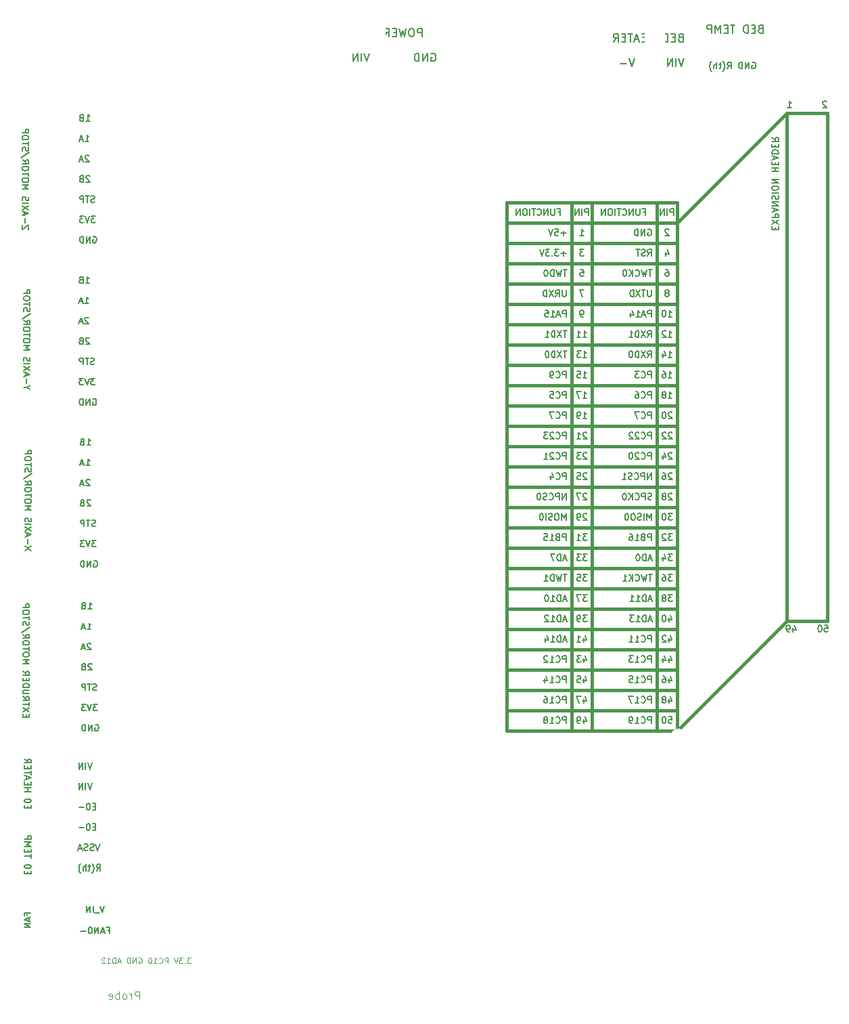
<source format=gbo>
G04 (created by PCBNEW (2013-05-18 BZR 4017)-stable) date Thu 26 Mar 2015 15:40:25 GMT*
%MOIN*%
G04 Gerber Fmt 3.4, Leading zero omitted, Abs format*
%FSLAX34Y34*%
G01*
G70*
G90*
G04 APERTURE LIST*
%ADD10C,0.00590551*%
%ADD11C,0.00787402*%
%ADD12C,0.0039*%
%ADD13C,0.0041*%
%ADD14C,0.0059*%
%ADD15C,0.015*%
%ADD16C,0.006*%
%ADD17C,0.2169*%
%ADD18O,0.0594X0.0692*%
%ADD19O,0.0948X0.1027*%
%ADD20C,0.0535*%
%ADD21R,0.08X0.08*%
%ADD22C,0.08*%
%ADD23R,0.0594X0.0594*%
%ADD24C,0.0594*%
%ADD25C,0.1499*%
%ADD26C,0.12*%
%ADD27C,0.0515*%
%ADD28R,0.0987X0.0987*%
%ADD29C,0.1184*%
G04 APERTURE END LIST*
G54D10*
G54D11*
X562Y4342D02*
X562Y4447D01*
X727Y4447D02*
X412Y4447D01*
X412Y4297D01*
X637Y4192D02*
X637Y4043D01*
X727Y4222D02*
X412Y4117D01*
X727Y4013D01*
X727Y3908D02*
X412Y3908D01*
X727Y3728D01*
X412Y3728D01*
X4364Y4775D02*
X4259Y4460D01*
X4154Y4775D01*
X4124Y4430D02*
X3885Y4430D01*
X3810Y4460D02*
X3810Y4775D01*
X3660Y4460D02*
X3660Y4775D01*
X3480Y4460D01*
X3480Y4775D01*
X4499Y3586D02*
X4604Y3586D01*
X4604Y3421D02*
X4604Y3736D01*
X4454Y3736D01*
X4349Y3511D02*
X4199Y3511D01*
X4379Y3421D02*
X4274Y3736D01*
X4169Y3421D01*
X4064Y3421D02*
X4064Y3736D01*
X3885Y3421D01*
X3885Y3736D01*
X3675Y3736D02*
X3645Y3736D01*
X3615Y3721D01*
X3600Y3706D01*
X3585Y3676D01*
X3570Y3616D01*
X3570Y3541D01*
X3585Y3481D01*
X3600Y3451D01*
X3615Y3436D01*
X3645Y3421D01*
X3675Y3421D01*
X3705Y3436D01*
X3720Y3451D01*
X3735Y3481D01*
X3750Y3541D01*
X3750Y3616D01*
X3735Y3676D01*
X3720Y3706D01*
X3705Y3721D01*
X3675Y3736D01*
X3435Y3541D02*
X3195Y3541D01*
G54D12*
X8610Y2230D02*
X8439Y2230D01*
X8531Y2125D01*
X8492Y2125D01*
X8465Y2112D01*
X8452Y2098D01*
X8439Y2072D01*
X8439Y2006D01*
X8452Y1980D01*
X8465Y1967D01*
X8492Y1954D01*
X8570Y1954D01*
X8597Y1967D01*
X8610Y1980D01*
X8321Y1980D02*
X8308Y1967D01*
X8321Y1954D01*
X8334Y1967D01*
X8321Y1980D01*
X8321Y1954D01*
X8215Y2230D02*
X8045Y2230D01*
X8137Y2125D01*
X8097Y2125D01*
X8071Y2112D01*
X8058Y2098D01*
X8045Y2072D01*
X8045Y2006D01*
X8058Y1980D01*
X8071Y1967D01*
X8097Y1954D01*
X8176Y1954D01*
X8202Y1967D01*
X8215Y1980D01*
X7966Y2230D02*
X7874Y1954D01*
X7782Y2230D01*
X7480Y1954D02*
X7480Y2230D01*
X7374Y2230D01*
X7348Y2217D01*
X7335Y2204D01*
X7322Y2177D01*
X7322Y2138D01*
X7335Y2112D01*
X7348Y2098D01*
X7374Y2085D01*
X7480Y2085D01*
X7046Y1980D02*
X7059Y1967D01*
X7098Y1954D01*
X7125Y1954D01*
X7164Y1967D01*
X7190Y1993D01*
X7204Y2020D01*
X7217Y2072D01*
X7217Y2112D01*
X7204Y2164D01*
X7190Y2190D01*
X7164Y2217D01*
X7125Y2230D01*
X7098Y2230D01*
X7059Y2217D01*
X7046Y2204D01*
X6783Y1954D02*
X6941Y1954D01*
X6862Y1954D02*
X6862Y2230D01*
X6888Y2190D01*
X6914Y2164D01*
X6941Y2151D01*
X6612Y2230D02*
X6586Y2230D01*
X6560Y2217D01*
X6546Y2204D01*
X6533Y2177D01*
X6520Y2125D01*
X6520Y2059D01*
X6533Y2006D01*
X6546Y1980D01*
X6560Y1967D01*
X6586Y1954D01*
X6612Y1954D01*
X6638Y1967D01*
X6652Y1980D01*
X6665Y2006D01*
X6678Y2059D01*
X6678Y2125D01*
X6665Y2177D01*
X6652Y2204D01*
X6638Y2217D01*
X6612Y2230D01*
X6047Y2217D02*
X6073Y2230D01*
X6113Y2230D01*
X6152Y2217D01*
X6178Y2190D01*
X6192Y2164D01*
X6205Y2112D01*
X6205Y2072D01*
X6192Y2020D01*
X6178Y1993D01*
X6152Y1967D01*
X6113Y1954D01*
X6086Y1954D01*
X6047Y1967D01*
X6034Y1980D01*
X6034Y2072D01*
X6086Y2072D01*
X5916Y1954D02*
X5916Y2230D01*
X5758Y1954D01*
X5758Y2230D01*
X5626Y1954D02*
X5626Y2230D01*
X5561Y2230D01*
X5521Y2217D01*
X5495Y2190D01*
X5482Y2164D01*
X5469Y2112D01*
X5469Y2072D01*
X5482Y2020D01*
X5495Y1993D01*
X5521Y1967D01*
X5561Y1954D01*
X5626Y1954D01*
X5153Y2033D02*
X5022Y2033D01*
X5179Y1954D02*
X5087Y2230D01*
X4995Y1954D01*
X4904Y1954D02*
X4904Y2230D01*
X4838Y2230D01*
X4798Y2217D01*
X4772Y2190D01*
X4759Y2164D01*
X4746Y2112D01*
X4746Y2072D01*
X4759Y2020D01*
X4772Y1993D01*
X4798Y1967D01*
X4838Y1954D01*
X4904Y1954D01*
X4483Y1954D02*
X4641Y1954D01*
X4562Y1954D02*
X4562Y2230D01*
X4588Y2190D01*
X4614Y2164D01*
X4641Y2151D01*
X4378Y2204D02*
X4365Y2217D01*
X4338Y2230D01*
X4273Y2230D01*
X4246Y2217D01*
X4233Y2204D01*
X4220Y2177D01*
X4220Y2151D01*
X4233Y2112D01*
X4391Y1954D01*
X4220Y1954D01*
G54D13*
X6078Y191D02*
X6078Y585D01*
X5928Y585D01*
X5890Y566D01*
X5872Y548D01*
X5853Y510D01*
X5853Y454D01*
X5872Y416D01*
X5890Y397D01*
X5928Y379D01*
X6078Y379D01*
X5684Y191D02*
X5684Y454D01*
X5684Y379D02*
X5665Y416D01*
X5646Y435D01*
X5609Y454D01*
X5571Y454D01*
X5384Y191D02*
X5421Y210D01*
X5440Y229D01*
X5459Y266D01*
X5459Y379D01*
X5440Y416D01*
X5421Y435D01*
X5384Y454D01*
X5328Y454D01*
X5290Y435D01*
X5271Y416D01*
X5252Y379D01*
X5252Y266D01*
X5271Y229D01*
X5290Y210D01*
X5328Y191D01*
X5384Y191D01*
X5084Y191D02*
X5084Y585D01*
X5084Y435D02*
X5046Y454D01*
X4971Y454D01*
X4934Y435D01*
X4915Y416D01*
X4896Y379D01*
X4896Y266D01*
X4915Y229D01*
X4934Y210D01*
X4971Y191D01*
X5046Y191D01*
X5084Y210D01*
X4577Y210D02*
X4615Y191D01*
X4690Y191D01*
X4727Y210D01*
X4746Y247D01*
X4746Y397D01*
X4727Y435D01*
X4690Y454D01*
X4615Y454D01*
X4577Y435D01*
X4558Y397D01*
X4558Y360D01*
X4746Y322D01*
G54D14*
X3555Y19390D02*
X3735Y19390D01*
X3645Y19390D02*
X3645Y19705D01*
X3675Y19660D01*
X3705Y19630D01*
X3735Y19615D01*
X3315Y19555D02*
X3270Y19540D01*
X3255Y19525D01*
X3240Y19495D01*
X3240Y19450D01*
X3255Y19420D01*
X3270Y19405D01*
X3300Y19390D01*
X3420Y19390D01*
X3420Y19705D01*
X3315Y19705D01*
X3285Y19690D01*
X3270Y19675D01*
X3255Y19645D01*
X3255Y19615D01*
X3270Y19585D01*
X3285Y19570D01*
X3315Y19555D01*
X3420Y19555D01*
X3510Y18390D02*
X3690Y18390D01*
X3600Y18390D02*
X3600Y18705D01*
X3630Y18660D01*
X3660Y18630D01*
X3690Y18615D01*
X3390Y18480D02*
X3240Y18480D01*
X3420Y18390D02*
X3315Y18705D01*
X3210Y18390D01*
X3690Y17675D02*
X3675Y17690D01*
X3645Y17705D01*
X3570Y17705D01*
X3540Y17690D01*
X3525Y17675D01*
X3510Y17645D01*
X3510Y17615D01*
X3525Y17570D01*
X3705Y17390D01*
X3510Y17390D01*
X3390Y17480D02*
X3240Y17480D01*
X3420Y17390D02*
X3315Y17705D01*
X3210Y17390D01*
X3735Y16675D02*
X3720Y16690D01*
X3690Y16705D01*
X3615Y16705D01*
X3585Y16690D01*
X3570Y16675D01*
X3555Y16645D01*
X3555Y16615D01*
X3570Y16570D01*
X3750Y16390D01*
X3555Y16390D01*
X3315Y16555D02*
X3270Y16540D01*
X3255Y16525D01*
X3240Y16495D01*
X3240Y16450D01*
X3255Y16420D01*
X3270Y16405D01*
X3300Y16390D01*
X3420Y16390D01*
X3420Y16705D01*
X3315Y16705D01*
X3285Y16690D01*
X3270Y16675D01*
X3255Y16645D01*
X3255Y16615D01*
X3270Y16585D01*
X3285Y16570D01*
X3315Y16555D01*
X3420Y16555D01*
X3975Y15405D02*
X3930Y15390D01*
X3855Y15390D01*
X3825Y15405D01*
X3810Y15420D01*
X3795Y15450D01*
X3795Y15480D01*
X3810Y15510D01*
X3825Y15525D01*
X3855Y15540D01*
X3915Y15555D01*
X3945Y15570D01*
X3960Y15585D01*
X3975Y15615D01*
X3975Y15645D01*
X3960Y15675D01*
X3945Y15690D01*
X3915Y15705D01*
X3840Y15705D01*
X3795Y15690D01*
X3705Y15705D02*
X3525Y15705D01*
X3615Y15390D02*
X3615Y15705D01*
X3420Y15390D02*
X3420Y15705D01*
X3300Y15705D01*
X3270Y15690D01*
X3255Y15675D01*
X3240Y15645D01*
X3240Y15600D01*
X3255Y15570D01*
X3270Y15555D01*
X3300Y15540D01*
X3420Y15540D01*
X4005Y14705D02*
X3810Y14705D01*
X3915Y14585D01*
X3870Y14585D01*
X3840Y14570D01*
X3825Y14555D01*
X3810Y14525D01*
X3810Y14450D01*
X3825Y14420D01*
X3840Y14405D01*
X3870Y14390D01*
X3960Y14390D01*
X3990Y14405D01*
X4005Y14420D01*
X3720Y14705D02*
X3615Y14390D01*
X3510Y14705D01*
X3435Y14705D02*
X3240Y14705D01*
X3345Y14585D01*
X3300Y14585D01*
X3270Y14570D01*
X3255Y14555D01*
X3240Y14525D01*
X3240Y14450D01*
X3255Y14420D01*
X3270Y14405D01*
X3300Y14390D01*
X3390Y14390D01*
X3420Y14405D01*
X3435Y14420D01*
X3900Y13690D02*
X3930Y13705D01*
X3975Y13705D01*
X4020Y13690D01*
X4050Y13660D01*
X4065Y13630D01*
X4080Y13570D01*
X4080Y13525D01*
X4065Y13465D01*
X4050Y13435D01*
X4020Y13405D01*
X3975Y13390D01*
X3945Y13390D01*
X3900Y13405D01*
X3885Y13420D01*
X3885Y13525D01*
X3945Y13525D01*
X3750Y13390D02*
X3750Y13705D01*
X3570Y13390D01*
X3570Y13705D01*
X3420Y13390D02*
X3420Y13705D01*
X3345Y13705D01*
X3300Y13690D01*
X3270Y13660D01*
X3255Y13630D01*
X3240Y13570D01*
X3240Y13525D01*
X3255Y13465D01*
X3270Y13435D01*
X3300Y13405D01*
X3345Y13390D01*
X3420Y13390D01*
X3499Y27456D02*
X3679Y27456D01*
X3589Y27456D02*
X3589Y27771D01*
X3619Y27726D01*
X3649Y27696D01*
X3679Y27681D01*
X3259Y27621D02*
X3214Y27606D01*
X3199Y27591D01*
X3184Y27561D01*
X3184Y27516D01*
X3199Y27486D01*
X3214Y27471D01*
X3244Y27456D01*
X3364Y27456D01*
X3364Y27771D01*
X3259Y27771D01*
X3229Y27756D01*
X3214Y27741D01*
X3199Y27711D01*
X3199Y27681D01*
X3214Y27651D01*
X3229Y27636D01*
X3259Y27621D01*
X3364Y27621D01*
X3454Y26456D02*
X3634Y26456D01*
X3544Y26456D02*
X3544Y26771D01*
X3574Y26726D01*
X3604Y26696D01*
X3634Y26681D01*
X3334Y26546D02*
X3184Y26546D01*
X3364Y26456D02*
X3259Y26771D01*
X3154Y26456D01*
X3634Y25741D02*
X3619Y25756D01*
X3589Y25771D01*
X3514Y25771D01*
X3484Y25756D01*
X3469Y25741D01*
X3454Y25711D01*
X3454Y25681D01*
X3469Y25636D01*
X3649Y25456D01*
X3454Y25456D01*
X3334Y25546D02*
X3184Y25546D01*
X3364Y25456D02*
X3259Y25771D01*
X3154Y25456D01*
X3679Y24741D02*
X3664Y24756D01*
X3634Y24771D01*
X3559Y24771D01*
X3529Y24756D01*
X3514Y24741D01*
X3499Y24711D01*
X3499Y24681D01*
X3514Y24636D01*
X3694Y24456D01*
X3499Y24456D01*
X3259Y24621D02*
X3214Y24606D01*
X3199Y24591D01*
X3184Y24561D01*
X3184Y24516D01*
X3199Y24486D01*
X3214Y24471D01*
X3244Y24456D01*
X3364Y24456D01*
X3364Y24771D01*
X3259Y24771D01*
X3229Y24756D01*
X3214Y24741D01*
X3199Y24711D01*
X3199Y24681D01*
X3214Y24651D01*
X3229Y24636D01*
X3259Y24621D01*
X3364Y24621D01*
X3919Y23471D02*
X3874Y23456D01*
X3799Y23456D01*
X3769Y23471D01*
X3754Y23486D01*
X3739Y23516D01*
X3739Y23546D01*
X3754Y23576D01*
X3769Y23591D01*
X3799Y23606D01*
X3859Y23621D01*
X3889Y23636D01*
X3904Y23651D01*
X3919Y23681D01*
X3919Y23711D01*
X3904Y23741D01*
X3889Y23756D01*
X3859Y23771D01*
X3784Y23771D01*
X3739Y23756D01*
X3649Y23771D02*
X3469Y23771D01*
X3559Y23456D02*
X3559Y23771D01*
X3364Y23456D02*
X3364Y23771D01*
X3244Y23771D01*
X3214Y23756D01*
X3199Y23741D01*
X3184Y23711D01*
X3184Y23666D01*
X3199Y23636D01*
X3214Y23621D01*
X3244Y23606D01*
X3364Y23606D01*
X3949Y22771D02*
X3754Y22771D01*
X3859Y22651D01*
X3814Y22651D01*
X3784Y22636D01*
X3769Y22621D01*
X3754Y22591D01*
X3754Y22516D01*
X3769Y22486D01*
X3784Y22471D01*
X3814Y22456D01*
X3904Y22456D01*
X3934Y22471D01*
X3949Y22486D01*
X3664Y22771D02*
X3559Y22456D01*
X3454Y22771D01*
X3379Y22771D02*
X3184Y22771D01*
X3289Y22651D01*
X3244Y22651D01*
X3214Y22636D01*
X3199Y22621D01*
X3184Y22591D01*
X3184Y22516D01*
X3199Y22486D01*
X3214Y22471D01*
X3244Y22456D01*
X3334Y22456D01*
X3364Y22471D01*
X3379Y22486D01*
X3844Y21756D02*
X3874Y21771D01*
X3919Y21771D01*
X3964Y21756D01*
X3994Y21726D01*
X4009Y21696D01*
X4024Y21636D01*
X4024Y21591D01*
X4009Y21531D01*
X3994Y21501D01*
X3964Y21471D01*
X3919Y21456D01*
X3889Y21456D01*
X3844Y21471D01*
X3829Y21486D01*
X3829Y21591D01*
X3889Y21591D01*
X3694Y21456D02*
X3694Y21771D01*
X3514Y21456D01*
X3514Y21771D01*
X3364Y21456D02*
X3364Y21771D01*
X3289Y21771D01*
X3244Y21756D01*
X3214Y21726D01*
X3199Y21696D01*
X3184Y21636D01*
X3184Y21591D01*
X3199Y21531D01*
X3214Y21501D01*
X3244Y21471D01*
X3289Y21456D01*
X3364Y21456D01*
X3439Y35436D02*
X3619Y35436D01*
X3529Y35436D02*
X3529Y35751D01*
X3559Y35706D01*
X3589Y35676D01*
X3619Y35661D01*
X3199Y35601D02*
X3154Y35586D01*
X3139Y35571D01*
X3124Y35541D01*
X3124Y35496D01*
X3139Y35466D01*
X3154Y35451D01*
X3184Y35436D01*
X3304Y35436D01*
X3304Y35751D01*
X3199Y35751D01*
X3169Y35736D01*
X3154Y35721D01*
X3139Y35691D01*
X3139Y35661D01*
X3154Y35631D01*
X3169Y35616D01*
X3199Y35601D01*
X3304Y35601D01*
X3394Y34436D02*
X3574Y34436D01*
X3484Y34436D02*
X3484Y34751D01*
X3514Y34706D01*
X3544Y34676D01*
X3574Y34661D01*
X3274Y34526D02*
X3124Y34526D01*
X3304Y34436D02*
X3199Y34751D01*
X3094Y34436D01*
X3574Y33721D02*
X3559Y33736D01*
X3529Y33751D01*
X3454Y33751D01*
X3424Y33736D01*
X3409Y33721D01*
X3394Y33691D01*
X3394Y33661D01*
X3409Y33616D01*
X3589Y33436D01*
X3394Y33436D01*
X3274Y33526D02*
X3124Y33526D01*
X3304Y33436D02*
X3199Y33751D01*
X3094Y33436D01*
X3619Y32721D02*
X3604Y32736D01*
X3574Y32751D01*
X3499Y32751D01*
X3469Y32736D01*
X3454Y32721D01*
X3439Y32691D01*
X3439Y32661D01*
X3454Y32616D01*
X3634Y32436D01*
X3439Y32436D01*
X3199Y32601D02*
X3154Y32586D01*
X3139Y32571D01*
X3124Y32541D01*
X3124Y32496D01*
X3139Y32466D01*
X3154Y32451D01*
X3184Y32436D01*
X3304Y32436D01*
X3304Y32751D01*
X3199Y32751D01*
X3169Y32736D01*
X3154Y32721D01*
X3139Y32691D01*
X3139Y32661D01*
X3154Y32631D01*
X3169Y32616D01*
X3199Y32601D01*
X3304Y32601D01*
X3859Y31451D02*
X3814Y31436D01*
X3739Y31436D01*
X3709Y31451D01*
X3694Y31466D01*
X3679Y31496D01*
X3679Y31526D01*
X3694Y31556D01*
X3709Y31571D01*
X3739Y31586D01*
X3799Y31601D01*
X3829Y31616D01*
X3844Y31631D01*
X3859Y31661D01*
X3859Y31691D01*
X3844Y31721D01*
X3829Y31736D01*
X3799Y31751D01*
X3724Y31751D01*
X3679Y31736D01*
X3589Y31751D02*
X3409Y31751D01*
X3499Y31436D02*
X3499Y31751D01*
X3304Y31436D02*
X3304Y31751D01*
X3184Y31751D01*
X3154Y31736D01*
X3139Y31721D01*
X3124Y31691D01*
X3124Y31646D01*
X3139Y31616D01*
X3154Y31601D01*
X3184Y31586D01*
X3304Y31586D01*
X3889Y30751D02*
X3694Y30751D01*
X3799Y30631D01*
X3754Y30631D01*
X3724Y30616D01*
X3709Y30601D01*
X3694Y30571D01*
X3694Y30496D01*
X3709Y30466D01*
X3724Y30451D01*
X3754Y30436D01*
X3844Y30436D01*
X3874Y30451D01*
X3889Y30466D01*
X3604Y30751D02*
X3499Y30436D01*
X3394Y30751D01*
X3319Y30751D02*
X3124Y30751D01*
X3229Y30631D01*
X3184Y30631D01*
X3154Y30616D01*
X3139Y30601D01*
X3124Y30571D01*
X3124Y30496D01*
X3139Y30466D01*
X3154Y30451D01*
X3184Y30436D01*
X3274Y30436D01*
X3304Y30451D01*
X3319Y30466D01*
X3784Y29736D02*
X3814Y29751D01*
X3859Y29751D01*
X3904Y29736D01*
X3934Y29706D01*
X3949Y29676D01*
X3964Y29616D01*
X3964Y29571D01*
X3949Y29511D01*
X3934Y29481D01*
X3904Y29451D01*
X3859Y29436D01*
X3829Y29436D01*
X3784Y29451D01*
X3769Y29466D01*
X3769Y29571D01*
X3829Y29571D01*
X3634Y29436D02*
X3634Y29751D01*
X3454Y29436D01*
X3454Y29751D01*
X3304Y29436D02*
X3304Y29751D01*
X3229Y29751D01*
X3184Y29736D01*
X3154Y29706D01*
X3139Y29676D01*
X3124Y29616D01*
X3124Y29571D01*
X3139Y29511D01*
X3154Y29481D01*
X3184Y29451D01*
X3229Y29436D01*
X3304Y29436D01*
X3455Y43420D02*
X3635Y43420D01*
X3545Y43420D02*
X3545Y43735D01*
X3575Y43690D01*
X3605Y43660D01*
X3635Y43645D01*
X3215Y43585D02*
X3170Y43570D01*
X3155Y43555D01*
X3140Y43525D01*
X3140Y43480D01*
X3155Y43450D01*
X3170Y43435D01*
X3200Y43420D01*
X3320Y43420D01*
X3320Y43735D01*
X3215Y43735D01*
X3185Y43720D01*
X3170Y43705D01*
X3155Y43675D01*
X3155Y43645D01*
X3170Y43615D01*
X3185Y43600D01*
X3215Y43585D01*
X3320Y43585D01*
X3410Y42420D02*
X3590Y42420D01*
X3500Y42420D02*
X3500Y42735D01*
X3530Y42690D01*
X3560Y42660D01*
X3590Y42645D01*
X3290Y42510D02*
X3140Y42510D01*
X3320Y42420D02*
X3215Y42735D01*
X3110Y42420D01*
X3590Y41705D02*
X3575Y41720D01*
X3545Y41735D01*
X3470Y41735D01*
X3440Y41720D01*
X3425Y41705D01*
X3410Y41675D01*
X3410Y41645D01*
X3425Y41600D01*
X3605Y41420D01*
X3410Y41420D01*
X3290Y41510D02*
X3140Y41510D01*
X3320Y41420D02*
X3215Y41735D01*
X3110Y41420D01*
X3635Y40705D02*
X3620Y40720D01*
X3590Y40735D01*
X3515Y40735D01*
X3485Y40720D01*
X3470Y40705D01*
X3455Y40675D01*
X3455Y40645D01*
X3470Y40600D01*
X3650Y40420D01*
X3455Y40420D01*
X3215Y40585D02*
X3170Y40570D01*
X3155Y40555D01*
X3140Y40525D01*
X3140Y40480D01*
X3155Y40450D01*
X3170Y40435D01*
X3200Y40420D01*
X3320Y40420D01*
X3320Y40735D01*
X3215Y40735D01*
X3185Y40720D01*
X3170Y40705D01*
X3155Y40675D01*
X3155Y40645D01*
X3170Y40615D01*
X3185Y40600D01*
X3215Y40585D01*
X3320Y40585D01*
X3875Y39435D02*
X3830Y39420D01*
X3755Y39420D01*
X3725Y39435D01*
X3710Y39450D01*
X3695Y39480D01*
X3695Y39510D01*
X3710Y39540D01*
X3725Y39555D01*
X3755Y39570D01*
X3815Y39585D01*
X3845Y39600D01*
X3860Y39615D01*
X3875Y39645D01*
X3875Y39675D01*
X3860Y39705D01*
X3845Y39720D01*
X3815Y39735D01*
X3740Y39735D01*
X3695Y39720D01*
X3605Y39735D02*
X3425Y39735D01*
X3515Y39420D02*
X3515Y39735D01*
X3320Y39420D02*
X3320Y39735D01*
X3200Y39735D01*
X3170Y39720D01*
X3155Y39705D01*
X3140Y39675D01*
X3140Y39630D01*
X3155Y39600D01*
X3170Y39585D01*
X3200Y39570D01*
X3320Y39570D01*
X3905Y38735D02*
X3710Y38735D01*
X3815Y38615D01*
X3770Y38615D01*
X3740Y38600D01*
X3725Y38585D01*
X3710Y38555D01*
X3710Y38480D01*
X3725Y38450D01*
X3740Y38435D01*
X3770Y38420D01*
X3860Y38420D01*
X3890Y38435D01*
X3905Y38450D01*
X3620Y38735D02*
X3515Y38420D01*
X3410Y38735D01*
X3335Y38735D02*
X3140Y38735D01*
X3245Y38615D01*
X3200Y38615D01*
X3170Y38600D01*
X3155Y38585D01*
X3140Y38555D01*
X3140Y38480D01*
X3155Y38450D01*
X3170Y38435D01*
X3200Y38420D01*
X3290Y38420D01*
X3320Y38435D01*
X3335Y38450D01*
X3800Y37720D02*
X3830Y37735D01*
X3875Y37735D01*
X3920Y37720D01*
X3950Y37690D01*
X3965Y37660D01*
X3980Y37600D01*
X3980Y37555D01*
X3965Y37495D01*
X3950Y37465D01*
X3920Y37435D01*
X3875Y37420D01*
X3845Y37420D01*
X3800Y37435D01*
X3785Y37450D01*
X3785Y37555D01*
X3845Y37555D01*
X3650Y37420D02*
X3650Y37735D01*
X3470Y37420D01*
X3470Y37735D01*
X3320Y37420D02*
X3320Y37735D01*
X3245Y37735D01*
X3200Y37720D01*
X3170Y37690D01*
X3155Y37660D01*
X3140Y37600D01*
X3140Y37555D01*
X3155Y37495D01*
X3170Y37465D01*
X3200Y37435D01*
X3245Y37420D01*
X3320Y37420D01*
G54D15*
X24179Y13400D02*
X32579Y13400D01*
X32579Y14400D02*
X24179Y14400D01*
X24179Y15400D02*
X32579Y15400D01*
X32579Y16400D02*
X24179Y16400D01*
X24179Y17400D02*
X32579Y17400D01*
X32579Y18400D02*
X24179Y18400D01*
X24179Y19400D02*
X32579Y19400D01*
X32579Y20400D02*
X24179Y20400D01*
X24179Y21400D02*
X32579Y21400D01*
X32579Y22400D02*
X24179Y22400D01*
X24179Y23400D02*
X32579Y23400D01*
X32579Y24400D02*
X24179Y24400D01*
X24179Y25400D02*
X32579Y25400D01*
X32579Y26400D02*
X24179Y26400D01*
X24179Y27400D02*
X32579Y27400D01*
X32579Y28400D02*
X24179Y28400D01*
X24179Y29400D02*
X32579Y29400D01*
X32579Y30400D02*
X24179Y30400D01*
X24179Y31400D02*
X32579Y31400D01*
X32579Y32400D02*
X24179Y32400D01*
X24179Y33400D02*
X32579Y33400D01*
X32579Y34400D02*
X24179Y34400D01*
X24179Y35400D02*
X32579Y35400D01*
X32579Y36400D02*
X24179Y36400D01*
X24179Y37400D02*
X32579Y37400D01*
X32579Y38400D02*
X24179Y38400D01*
X24179Y39400D02*
X32579Y39400D01*
G54D14*
X39939Y44357D02*
X39924Y44372D01*
X39894Y44387D01*
X39819Y44387D01*
X39789Y44372D01*
X39774Y44357D01*
X39759Y44327D01*
X39759Y44297D01*
X39774Y44252D01*
X39954Y44072D01*
X39759Y44072D01*
X38019Y44072D02*
X38199Y44072D01*
X38109Y44072D02*
X38109Y44387D01*
X38139Y44342D01*
X38169Y44312D01*
X38199Y44297D01*
G54D15*
X28379Y39400D02*
X28379Y13400D01*
X31579Y13400D02*
X31579Y39400D01*
X32579Y39400D02*
X32579Y13400D01*
X27379Y13400D02*
X27379Y39400D01*
X24179Y39400D02*
X24179Y13400D01*
G54D14*
X31139Y38072D02*
X31169Y38087D01*
X31214Y38087D01*
X31259Y38072D01*
X31289Y38042D01*
X31304Y38012D01*
X31319Y37952D01*
X31319Y37907D01*
X31304Y37847D01*
X31289Y37817D01*
X31259Y37787D01*
X31214Y37772D01*
X31184Y37772D01*
X31139Y37787D01*
X31124Y37802D01*
X31124Y37907D01*
X31184Y37907D01*
X30989Y37772D02*
X30989Y38087D01*
X30809Y37772D01*
X30809Y38087D01*
X30659Y37772D02*
X30659Y38087D01*
X30584Y38087D01*
X30539Y38072D01*
X30509Y38042D01*
X30494Y38012D01*
X30479Y37952D01*
X30479Y37907D01*
X30494Y37847D01*
X30509Y37817D01*
X30539Y37787D01*
X30584Y37772D01*
X30659Y37772D01*
X31124Y36772D02*
X31229Y36922D01*
X31304Y36772D02*
X31304Y37087D01*
X31184Y37087D01*
X31154Y37072D01*
X31139Y37057D01*
X31124Y37027D01*
X31124Y36982D01*
X31139Y36952D01*
X31154Y36937D01*
X31184Y36922D01*
X31304Y36922D01*
X31004Y36787D02*
X30959Y36772D01*
X30884Y36772D01*
X30854Y36787D01*
X30839Y36802D01*
X30824Y36832D01*
X30824Y36862D01*
X30839Y36892D01*
X30854Y36907D01*
X30884Y36922D01*
X30944Y36937D01*
X30974Y36952D01*
X30989Y36967D01*
X31004Y36997D01*
X31004Y37027D01*
X30989Y37057D01*
X30974Y37072D01*
X30944Y37087D01*
X30869Y37087D01*
X30824Y37072D01*
X30734Y37087D02*
X30554Y37087D01*
X30644Y36772D02*
X30644Y37087D01*
X31349Y36087D02*
X31169Y36087D01*
X31259Y35772D02*
X31259Y36087D01*
X31094Y36087D02*
X31019Y35772D01*
X30959Y35997D01*
X30899Y35772D01*
X30824Y36087D01*
X30524Y35802D02*
X30539Y35787D01*
X30584Y35772D01*
X30614Y35772D01*
X30659Y35787D01*
X30689Y35817D01*
X30704Y35847D01*
X30719Y35907D01*
X30719Y35952D01*
X30704Y36012D01*
X30689Y36042D01*
X30659Y36072D01*
X30614Y36087D01*
X30584Y36087D01*
X30539Y36072D01*
X30524Y36057D01*
X30389Y35772D02*
X30389Y36087D01*
X30209Y35772D02*
X30344Y35952D01*
X30209Y36087D02*
X30389Y35907D01*
X30014Y36087D02*
X29984Y36087D01*
X29954Y36072D01*
X29939Y36057D01*
X29924Y36027D01*
X29909Y35967D01*
X29909Y35892D01*
X29924Y35832D01*
X29939Y35802D01*
X29954Y35787D01*
X29984Y35772D01*
X30014Y35772D01*
X30044Y35787D01*
X30059Y35802D01*
X30074Y35832D01*
X30089Y35892D01*
X30089Y35967D01*
X30074Y36027D01*
X30059Y36057D01*
X30044Y36072D01*
X30014Y36087D01*
X31304Y35087D02*
X31304Y34832D01*
X31289Y34802D01*
X31274Y34787D01*
X31244Y34772D01*
X31184Y34772D01*
X31154Y34787D01*
X31139Y34802D01*
X31124Y34832D01*
X31124Y35087D01*
X31019Y35087D02*
X30839Y35087D01*
X30929Y34772D02*
X30929Y35087D01*
X30764Y35087D02*
X30554Y34772D01*
X30554Y35087D02*
X30764Y34772D01*
X30434Y34772D02*
X30434Y35087D01*
X30359Y35087D01*
X30314Y35072D01*
X30284Y35042D01*
X30269Y35012D01*
X30254Y34952D01*
X30254Y34907D01*
X30269Y34847D01*
X30284Y34817D01*
X30314Y34787D01*
X30359Y34772D01*
X30434Y34772D01*
X31304Y33772D02*
X31304Y34087D01*
X31184Y34087D01*
X31154Y34072D01*
X31139Y34057D01*
X31124Y34027D01*
X31124Y33982D01*
X31139Y33952D01*
X31154Y33937D01*
X31184Y33922D01*
X31304Y33922D01*
X31004Y33862D02*
X30854Y33862D01*
X31034Y33772D02*
X30929Y34087D01*
X30824Y33772D01*
X30554Y33772D02*
X30734Y33772D01*
X30644Y33772D02*
X30644Y34087D01*
X30674Y34042D01*
X30704Y34012D01*
X30734Y33997D01*
X30284Y33982D02*
X30284Y33772D01*
X30359Y34102D02*
X30434Y33877D01*
X30239Y33877D01*
X31124Y32772D02*
X31229Y32922D01*
X31304Y32772D02*
X31304Y33087D01*
X31184Y33087D01*
X31154Y33072D01*
X31139Y33057D01*
X31124Y33027D01*
X31124Y32982D01*
X31139Y32952D01*
X31154Y32937D01*
X31184Y32922D01*
X31304Y32922D01*
X31019Y33087D02*
X30809Y32772D01*
X30809Y33087D02*
X31019Y32772D01*
X30689Y32772D02*
X30689Y33087D01*
X30614Y33087D01*
X30569Y33072D01*
X30539Y33042D01*
X30524Y33012D01*
X30509Y32952D01*
X30509Y32907D01*
X30524Y32847D01*
X30539Y32817D01*
X30569Y32787D01*
X30614Y32772D01*
X30689Y32772D01*
X30209Y32772D02*
X30389Y32772D01*
X30299Y32772D02*
X30299Y33087D01*
X30329Y33042D01*
X30359Y33012D01*
X30389Y32997D01*
X31124Y31772D02*
X31229Y31922D01*
X31304Y31772D02*
X31304Y32087D01*
X31184Y32087D01*
X31154Y32072D01*
X31139Y32057D01*
X31124Y32027D01*
X31124Y31982D01*
X31139Y31952D01*
X31154Y31937D01*
X31184Y31922D01*
X31304Y31922D01*
X31019Y32087D02*
X30809Y31772D01*
X30809Y32087D02*
X31019Y31772D01*
X30689Y31772D02*
X30689Y32087D01*
X30614Y32087D01*
X30569Y32072D01*
X30539Y32042D01*
X30524Y32012D01*
X30509Y31952D01*
X30509Y31907D01*
X30524Y31847D01*
X30539Y31817D01*
X30569Y31787D01*
X30614Y31772D01*
X30689Y31772D01*
X30314Y32087D02*
X30284Y32087D01*
X30254Y32072D01*
X30239Y32057D01*
X30224Y32027D01*
X30209Y31967D01*
X30209Y31892D01*
X30224Y31832D01*
X30239Y31802D01*
X30254Y31787D01*
X30284Y31772D01*
X30314Y31772D01*
X30344Y31787D01*
X30359Y31802D01*
X30374Y31832D01*
X30389Y31892D01*
X30389Y31967D01*
X30374Y32027D01*
X30359Y32057D01*
X30344Y32072D01*
X30314Y32087D01*
X31304Y30772D02*
X31304Y31087D01*
X31184Y31087D01*
X31154Y31072D01*
X31139Y31057D01*
X31124Y31027D01*
X31124Y30982D01*
X31139Y30952D01*
X31154Y30937D01*
X31184Y30922D01*
X31304Y30922D01*
X30809Y30802D02*
X30824Y30787D01*
X30869Y30772D01*
X30899Y30772D01*
X30944Y30787D01*
X30974Y30817D01*
X30989Y30847D01*
X31004Y30907D01*
X31004Y30952D01*
X30989Y31012D01*
X30974Y31042D01*
X30944Y31072D01*
X30899Y31087D01*
X30869Y31087D01*
X30824Y31072D01*
X30809Y31057D01*
X30704Y31087D02*
X30509Y31087D01*
X30614Y30967D01*
X30569Y30967D01*
X30539Y30952D01*
X30524Y30937D01*
X30509Y30907D01*
X30509Y30832D01*
X30524Y30802D01*
X30539Y30787D01*
X30569Y30772D01*
X30659Y30772D01*
X30689Y30787D01*
X30704Y30802D01*
X31304Y29772D02*
X31304Y30087D01*
X31184Y30087D01*
X31154Y30072D01*
X31139Y30057D01*
X31124Y30027D01*
X31124Y29982D01*
X31139Y29952D01*
X31154Y29937D01*
X31184Y29922D01*
X31304Y29922D01*
X30809Y29802D02*
X30824Y29787D01*
X30869Y29772D01*
X30899Y29772D01*
X30944Y29787D01*
X30974Y29817D01*
X30989Y29847D01*
X31004Y29907D01*
X31004Y29952D01*
X30989Y30012D01*
X30974Y30042D01*
X30944Y30072D01*
X30899Y30087D01*
X30869Y30087D01*
X30824Y30072D01*
X30809Y30057D01*
X30539Y30087D02*
X30599Y30087D01*
X30629Y30072D01*
X30644Y30057D01*
X30674Y30012D01*
X30689Y29952D01*
X30689Y29832D01*
X30674Y29802D01*
X30659Y29787D01*
X30629Y29772D01*
X30569Y29772D01*
X30539Y29787D01*
X30524Y29802D01*
X30509Y29832D01*
X30509Y29907D01*
X30524Y29937D01*
X30539Y29952D01*
X30569Y29967D01*
X30629Y29967D01*
X30659Y29952D01*
X30674Y29937D01*
X30689Y29907D01*
X31304Y28772D02*
X31304Y29087D01*
X31184Y29087D01*
X31154Y29072D01*
X31139Y29057D01*
X31124Y29027D01*
X31124Y28982D01*
X31139Y28952D01*
X31154Y28937D01*
X31184Y28922D01*
X31304Y28922D01*
X30809Y28802D02*
X30824Y28787D01*
X30869Y28772D01*
X30899Y28772D01*
X30944Y28787D01*
X30974Y28817D01*
X30989Y28847D01*
X31004Y28907D01*
X31004Y28952D01*
X30989Y29012D01*
X30974Y29042D01*
X30944Y29072D01*
X30899Y29087D01*
X30869Y29087D01*
X30824Y29072D01*
X30809Y29057D01*
X30704Y29087D02*
X30494Y29087D01*
X30629Y28772D01*
X31304Y27772D02*
X31304Y28087D01*
X31184Y28087D01*
X31154Y28072D01*
X31139Y28057D01*
X31124Y28027D01*
X31124Y27982D01*
X31139Y27952D01*
X31154Y27937D01*
X31184Y27922D01*
X31304Y27922D01*
X30809Y27802D02*
X30824Y27787D01*
X30869Y27772D01*
X30899Y27772D01*
X30944Y27787D01*
X30974Y27817D01*
X30989Y27847D01*
X31004Y27907D01*
X31004Y27952D01*
X30989Y28012D01*
X30974Y28042D01*
X30944Y28072D01*
X30899Y28087D01*
X30869Y28087D01*
X30824Y28072D01*
X30809Y28057D01*
X30689Y28057D02*
X30674Y28072D01*
X30644Y28087D01*
X30569Y28087D01*
X30539Y28072D01*
X30524Y28057D01*
X30509Y28027D01*
X30509Y27997D01*
X30524Y27952D01*
X30704Y27772D01*
X30509Y27772D01*
X30389Y28057D02*
X30374Y28072D01*
X30344Y28087D01*
X30269Y28087D01*
X30239Y28072D01*
X30224Y28057D01*
X30209Y28027D01*
X30209Y27997D01*
X30224Y27952D01*
X30404Y27772D01*
X30209Y27772D01*
X31304Y26772D02*
X31304Y27087D01*
X31184Y27087D01*
X31154Y27072D01*
X31139Y27057D01*
X31124Y27027D01*
X31124Y26982D01*
X31139Y26952D01*
X31154Y26937D01*
X31184Y26922D01*
X31304Y26922D01*
X30809Y26802D02*
X30824Y26787D01*
X30869Y26772D01*
X30899Y26772D01*
X30944Y26787D01*
X30974Y26817D01*
X30989Y26847D01*
X31004Y26907D01*
X31004Y26952D01*
X30989Y27012D01*
X30974Y27042D01*
X30944Y27072D01*
X30899Y27087D01*
X30869Y27087D01*
X30824Y27072D01*
X30809Y27057D01*
X30689Y27057D02*
X30674Y27072D01*
X30644Y27087D01*
X30569Y27087D01*
X30539Y27072D01*
X30524Y27057D01*
X30509Y27027D01*
X30509Y26997D01*
X30524Y26952D01*
X30704Y26772D01*
X30509Y26772D01*
X30314Y27087D02*
X30284Y27087D01*
X30254Y27072D01*
X30239Y27057D01*
X30224Y27027D01*
X30209Y26967D01*
X30209Y26892D01*
X30224Y26832D01*
X30239Y26802D01*
X30254Y26787D01*
X30284Y26772D01*
X30314Y26772D01*
X30344Y26787D01*
X30359Y26802D01*
X30374Y26832D01*
X30389Y26892D01*
X30389Y26967D01*
X30374Y27027D01*
X30359Y27057D01*
X30344Y27072D01*
X30314Y27087D01*
X31304Y25772D02*
X31304Y26087D01*
X31124Y25772D01*
X31124Y26087D01*
X30974Y25772D02*
X30974Y26087D01*
X30854Y26087D01*
X30824Y26072D01*
X30809Y26057D01*
X30794Y26027D01*
X30794Y25982D01*
X30809Y25952D01*
X30824Y25937D01*
X30854Y25922D01*
X30974Y25922D01*
X30479Y25802D02*
X30494Y25787D01*
X30539Y25772D01*
X30569Y25772D01*
X30614Y25787D01*
X30644Y25817D01*
X30659Y25847D01*
X30674Y25907D01*
X30674Y25952D01*
X30659Y26012D01*
X30644Y26042D01*
X30614Y26072D01*
X30569Y26087D01*
X30539Y26087D01*
X30494Y26072D01*
X30479Y26057D01*
X30359Y25787D02*
X30314Y25772D01*
X30239Y25772D01*
X30209Y25787D01*
X30194Y25802D01*
X30179Y25832D01*
X30179Y25862D01*
X30194Y25892D01*
X30209Y25907D01*
X30239Y25922D01*
X30299Y25937D01*
X30329Y25952D01*
X30344Y25967D01*
X30359Y25997D01*
X30359Y26027D01*
X30344Y26057D01*
X30329Y26072D01*
X30299Y26087D01*
X30224Y26087D01*
X30179Y26072D01*
X29879Y25772D02*
X30059Y25772D01*
X29969Y25772D02*
X29969Y26087D01*
X29999Y26042D01*
X30029Y26012D01*
X30059Y25997D01*
X31319Y24787D02*
X31274Y24772D01*
X31199Y24772D01*
X31169Y24787D01*
X31154Y24802D01*
X31139Y24832D01*
X31139Y24862D01*
X31154Y24892D01*
X31169Y24907D01*
X31199Y24922D01*
X31259Y24937D01*
X31289Y24952D01*
X31304Y24967D01*
X31319Y24997D01*
X31319Y25027D01*
X31304Y25057D01*
X31289Y25072D01*
X31259Y25087D01*
X31184Y25087D01*
X31139Y25072D01*
X31004Y24772D02*
X31004Y25087D01*
X30884Y25087D01*
X30854Y25072D01*
X30839Y25057D01*
X30824Y25027D01*
X30824Y24982D01*
X30839Y24952D01*
X30854Y24937D01*
X30884Y24922D01*
X31004Y24922D01*
X30509Y24802D02*
X30524Y24787D01*
X30569Y24772D01*
X30599Y24772D01*
X30644Y24787D01*
X30674Y24817D01*
X30689Y24847D01*
X30704Y24907D01*
X30704Y24952D01*
X30689Y25012D01*
X30674Y25042D01*
X30644Y25072D01*
X30599Y25087D01*
X30569Y25087D01*
X30524Y25072D01*
X30509Y25057D01*
X30374Y24772D02*
X30374Y25087D01*
X30194Y24772D02*
X30329Y24952D01*
X30194Y25087D02*
X30374Y24907D01*
X29999Y25087D02*
X29969Y25087D01*
X29939Y25072D01*
X29924Y25057D01*
X29909Y25027D01*
X29894Y24967D01*
X29894Y24892D01*
X29909Y24832D01*
X29924Y24802D01*
X29939Y24787D01*
X29969Y24772D01*
X29999Y24772D01*
X30029Y24787D01*
X30044Y24802D01*
X30059Y24832D01*
X30074Y24892D01*
X30074Y24967D01*
X30059Y25027D01*
X30044Y25057D01*
X30029Y25072D01*
X29999Y25087D01*
X31304Y23772D02*
X31304Y24087D01*
X31199Y23862D01*
X31094Y24087D01*
X31094Y23772D01*
X30944Y23772D02*
X30944Y24087D01*
X30809Y23787D02*
X30764Y23772D01*
X30689Y23772D01*
X30659Y23787D01*
X30644Y23802D01*
X30629Y23832D01*
X30629Y23862D01*
X30644Y23892D01*
X30659Y23907D01*
X30689Y23922D01*
X30749Y23937D01*
X30779Y23952D01*
X30794Y23967D01*
X30809Y23997D01*
X30809Y24027D01*
X30794Y24057D01*
X30779Y24072D01*
X30749Y24087D01*
X30674Y24087D01*
X30629Y24072D01*
X30434Y24087D02*
X30374Y24087D01*
X30344Y24072D01*
X30314Y24042D01*
X30299Y23982D01*
X30299Y23877D01*
X30314Y23817D01*
X30344Y23787D01*
X30374Y23772D01*
X30434Y23772D01*
X30464Y23787D01*
X30494Y23817D01*
X30509Y23877D01*
X30509Y23982D01*
X30494Y24042D01*
X30464Y24072D01*
X30434Y24087D01*
X30104Y24087D02*
X30074Y24087D01*
X30044Y24072D01*
X30029Y24057D01*
X30014Y24027D01*
X29999Y23967D01*
X29999Y23892D01*
X30014Y23832D01*
X30029Y23802D01*
X30044Y23787D01*
X30074Y23772D01*
X30104Y23772D01*
X30134Y23787D01*
X30149Y23802D01*
X30164Y23832D01*
X30179Y23892D01*
X30179Y23967D01*
X30164Y24027D01*
X30149Y24057D01*
X30134Y24072D01*
X30104Y24087D01*
X31304Y22772D02*
X31304Y23087D01*
X31184Y23087D01*
X31154Y23072D01*
X31139Y23057D01*
X31124Y23027D01*
X31124Y22982D01*
X31139Y22952D01*
X31154Y22937D01*
X31184Y22922D01*
X31304Y22922D01*
X30884Y22937D02*
X30839Y22922D01*
X30824Y22907D01*
X30809Y22877D01*
X30809Y22832D01*
X30824Y22802D01*
X30839Y22787D01*
X30869Y22772D01*
X30989Y22772D01*
X30989Y23087D01*
X30884Y23087D01*
X30854Y23072D01*
X30839Y23057D01*
X30824Y23027D01*
X30824Y22997D01*
X30839Y22967D01*
X30854Y22952D01*
X30884Y22937D01*
X30989Y22937D01*
X30509Y22772D02*
X30689Y22772D01*
X30599Y22772D02*
X30599Y23087D01*
X30629Y23042D01*
X30659Y23012D01*
X30689Y22997D01*
X30239Y23087D02*
X30299Y23087D01*
X30329Y23072D01*
X30344Y23057D01*
X30374Y23012D01*
X30389Y22952D01*
X30389Y22832D01*
X30374Y22802D01*
X30359Y22787D01*
X30329Y22772D01*
X30269Y22772D01*
X30239Y22787D01*
X30224Y22802D01*
X30209Y22832D01*
X30209Y22907D01*
X30224Y22937D01*
X30239Y22952D01*
X30269Y22967D01*
X30329Y22967D01*
X30359Y22952D01*
X30374Y22937D01*
X30389Y22907D01*
X31319Y21862D02*
X31169Y21862D01*
X31349Y21772D02*
X31244Y22087D01*
X31139Y21772D01*
X31034Y21772D02*
X31034Y22087D01*
X30959Y22087D01*
X30914Y22072D01*
X30884Y22042D01*
X30869Y22012D01*
X30854Y21952D01*
X30854Y21907D01*
X30869Y21847D01*
X30884Y21817D01*
X30914Y21787D01*
X30959Y21772D01*
X31034Y21772D01*
X30659Y22087D02*
X30629Y22087D01*
X30599Y22072D01*
X30584Y22057D01*
X30569Y22027D01*
X30554Y21967D01*
X30554Y21892D01*
X30569Y21832D01*
X30584Y21802D01*
X30599Y21787D01*
X30629Y21772D01*
X30659Y21772D01*
X30689Y21787D01*
X30704Y21802D01*
X30719Y21832D01*
X30734Y21892D01*
X30734Y21967D01*
X30719Y22027D01*
X30704Y22057D01*
X30689Y22072D01*
X30659Y22087D01*
X31349Y21087D02*
X31169Y21087D01*
X31259Y20772D02*
X31259Y21087D01*
X31094Y21087D02*
X31019Y20772D01*
X30959Y20997D01*
X30899Y20772D01*
X30824Y21087D01*
X30524Y20802D02*
X30539Y20787D01*
X30584Y20772D01*
X30614Y20772D01*
X30659Y20787D01*
X30689Y20817D01*
X30704Y20847D01*
X30719Y20907D01*
X30719Y20952D01*
X30704Y21012D01*
X30689Y21042D01*
X30659Y21072D01*
X30614Y21087D01*
X30584Y21087D01*
X30539Y21072D01*
X30524Y21057D01*
X30389Y20772D02*
X30389Y21087D01*
X30209Y20772D02*
X30344Y20952D01*
X30209Y21087D02*
X30389Y20907D01*
X29909Y20772D02*
X30089Y20772D01*
X29999Y20772D02*
X29999Y21087D01*
X30029Y21042D01*
X30059Y21012D01*
X30089Y20997D01*
X31319Y19862D02*
X31169Y19862D01*
X31349Y19772D02*
X31244Y20087D01*
X31139Y19772D01*
X31034Y19772D02*
X31034Y20087D01*
X30959Y20087D01*
X30914Y20072D01*
X30884Y20042D01*
X30869Y20012D01*
X30854Y19952D01*
X30854Y19907D01*
X30869Y19847D01*
X30884Y19817D01*
X30914Y19787D01*
X30959Y19772D01*
X31034Y19772D01*
X30554Y19772D02*
X30734Y19772D01*
X30644Y19772D02*
X30644Y20087D01*
X30674Y20042D01*
X30704Y20012D01*
X30734Y19997D01*
X30254Y19772D02*
X30434Y19772D01*
X30344Y19772D02*
X30344Y20087D01*
X30374Y20042D01*
X30404Y20012D01*
X30434Y19997D01*
X31319Y18862D02*
X31169Y18862D01*
X31349Y18772D02*
X31244Y19087D01*
X31139Y18772D01*
X31034Y18772D02*
X31034Y19087D01*
X30959Y19087D01*
X30914Y19072D01*
X30884Y19042D01*
X30869Y19012D01*
X30854Y18952D01*
X30854Y18907D01*
X30869Y18847D01*
X30884Y18817D01*
X30914Y18787D01*
X30959Y18772D01*
X31034Y18772D01*
X30554Y18772D02*
X30734Y18772D01*
X30644Y18772D02*
X30644Y19087D01*
X30674Y19042D01*
X30704Y19012D01*
X30734Y18997D01*
X30449Y19087D02*
X30254Y19087D01*
X30359Y18967D01*
X30314Y18967D01*
X30284Y18952D01*
X30269Y18937D01*
X30254Y18907D01*
X30254Y18832D01*
X30269Y18802D01*
X30284Y18787D01*
X30314Y18772D01*
X30404Y18772D01*
X30434Y18787D01*
X30449Y18802D01*
X31304Y17772D02*
X31304Y18087D01*
X31184Y18087D01*
X31154Y18072D01*
X31139Y18057D01*
X31124Y18027D01*
X31124Y17982D01*
X31139Y17952D01*
X31154Y17937D01*
X31184Y17922D01*
X31304Y17922D01*
X30809Y17802D02*
X30824Y17787D01*
X30869Y17772D01*
X30899Y17772D01*
X30944Y17787D01*
X30974Y17817D01*
X30989Y17847D01*
X31004Y17907D01*
X31004Y17952D01*
X30989Y18012D01*
X30974Y18042D01*
X30944Y18072D01*
X30899Y18087D01*
X30869Y18087D01*
X30824Y18072D01*
X30809Y18057D01*
X30509Y17772D02*
X30689Y17772D01*
X30599Y17772D02*
X30599Y18087D01*
X30629Y18042D01*
X30659Y18012D01*
X30689Y17997D01*
X30209Y17772D02*
X30389Y17772D01*
X30299Y17772D02*
X30299Y18087D01*
X30329Y18042D01*
X30359Y18012D01*
X30389Y17997D01*
X31304Y16772D02*
X31304Y17087D01*
X31184Y17087D01*
X31154Y17072D01*
X31139Y17057D01*
X31124Y17027D01*
X31124Y16982D01*
X31139Y16952D01*
X31154Y16937D01*
X31184Y16922D01*
X31304Y16922D01*
X30809Y16802D02*
X30824Y16787D01*
X30869Y16772D01*
X30899Y16772D01*
X30944Y16787D01*
X30974Y16817D01*
X30989Y16847D01*
X31004Y16907D01*
X31004Y16952D01*
X30989Y17012D01*
X30974Y17042D01*
X30944Y17072D01*
X30899Y17087D01*
X30869Y17087D01*
X30824Y17072D01*
X30809Y17057D01*
X30509Y16772D02*
X30689Y16772D01*
X30599Y16772D02*
X30599Y17087D01*
X30629Y17042D01*
X30659Y17012D01*
X30689Y16997D01*
X30404Y17087D02*
X30209Y17087D01*
X30314Y16967D01*
X30269Y16967D01*
X30239Y16952D01*
X30224Y16937D01*
X30209Y16907D01*
X30209Y16832D01*
X30224Y16802D01*
X30239Y16787D01*
X30269Y16772D01*
X30359Y16772D01*
X30389Y16787D01*
X30404Y16802D01*
X31304Y15772D02*
X31304Y16087D01*
X31184Y16087D01*
X31154Y16072D01*
X31139Y16057D01*
X31124Y16027D01*
X31124Y15982D01*
X31139Y15952D01*
X31154Y15937D01*
X31184Y15922D01*
X31304Y15922D01*
X30809Y15802D02*
X30824Y15787D01*
X30869Y15772D01*
X30899Y15772D01*
X30944Y15787D01*
X30974Y15817D01*
X30989Y15847D01*
X31004Y15907D01*
X31004Y15952D01*
X30989Y16012D01*
X30974Y16042D01*
X30944Y16072D01*
X30899Y16087D01*
X30869Y16087D01*
X30824Y16072D01*
X30809Y16057D01*
X30509Y15772D02*
X30689Y15772D01*
X30599Y15772D02*
X30599Y16087D01*
X30629Y16042D01*
X30659Y16012D01*
X30689Y15997D01*
X30224Y16087D02*
X30374Y16087D01*
X30389Y15937D01*
X30374Y15952D01*
X30344Y15967D01*
X30269Y15967D01*
X30239Y15952D01*
X30224Y15937D01*
X30209Y15907D01*
X30209Y15832D01*
X30224Y15802D01*
X30239Y15787D01*
X30269Y15772D01*
X30344Y15772D01*
X30374Y15787D01*
X30389Y15802D01*
X31304Y14772D02*
X31304Y15087D01*
X31184Y15087D01*
X31154Y15072D01*
X31139Y15057D01*
X31124Y15027D01*
X31124Y14982D01*
X31139Y14952D01*
X31154Y14937D01*
X31184Y14922D01*
X31304Y14922D01*
X30809Y14802D02*
X30824Y14787D01*
X30869Y14772D01*
X30899Y14772D01*
X30944Y14787D01*
X30974Y14817D01*
X30989Y14847D01*
X31004Y14907D01*
X31004Y14952D01*
X30989Y15012D01*
X30974Y15042D01*
X30944Y15072D01*
X30899Y15087D01*
X30869Y15087D01*
X30824Y15072D01*
X30809Y15057D01*
X30509Y14772D02*
X30689Y14772D01*
X30599Y14772D02*
X30599Y15087D01*
X30629Y15042D01*
X30659Y15012D01*
X30689Y14997D01*
X30404Y15087D02*
X30194Y15087D01*
X30329Y14772D01*
X31304Y13772D02*
X31304Y14087D01*
X31184Y14087D01*
X31154Y14072D01*
X31139Y14057D01*
X31124Y14027D01*
X31124Y13982D01*
X31139Y13952D01*
X31154Y13937D01*
X31184Y13922D01*
X31304Y13922D01*
X30809Y13802D02*
X30824Y13787D01*
X30869Y13772D01*
X30899Y13772D01*
X30944Y13787D01*
X30974Y13817D01*
X30989Y13847D01*
X31004Y13907D01*
X31004Y13952D01*
X30989Y14012D01*
X30974Y14042D01*
X30944Y14072D01*
X30899Y14087D01*
X30869Y14087D01*
X30824Y14072D01*
X30809Y14057D01*
X30509Y13772D02*
X30689Y13772D01*
X30599Y13772D02*
X30599Y14087D01*
X30629Y14042D01*
X30659Y14012D01*
X30689Y13997D01*
X30359Y13772D02*
X30299Y13772D01*
X30269Y13787D01*
X30254Y13802D01*
X30224Y13847D01*
X30209Y13907D01*
X30209Y14027D01*
X30224Y14057D01*
X30239Y14072D01*
X30269Y14087D01*
X30329Y14087D01*
X30359Y14072D01*
X30374Y14057D01*
X30389Y14027D01*
X30389Y13952D01*
X30374Y13922D01*
X30359Y13907D01*
X30329Y13892D01*
X30269Y13892D01*
X30239Y13907D01*
X30224Y13922D01*
X30209Y13952D01*
X28201Y38772D02*
X28201Y39087D01*
X28081Y39087D01*
X28051Y39072D01*
X28036Y39057D01*
X28021Y39027D01*
X28021Y38982D01*
X28036Y38952D01*
X28051Y38937D01*
X28081Y38922D01*
X28201Y38922D01*
X27886Y38772D02*
X27886Y39087D01*
X27736Y38772D02*
X27736Y39087D01*
X27556Y38772D01*
X27556Y39087D01*
X36270Y46290D02*
X36300Y46305D01*
X36345Y46305D01*
X36390Y46290D01*
X36420Y46260D01*
X36435Y46230D01*
X36450Y46170D01*
X36450Y46125D01*
X36435Y46065D01*
X36420Y46035D01*
X36390Y46005D01*
X36345Y45990D01*
X36315Y45990D01*
X36270Y46005D01*
X36255Y46020D01*
X36255Y46125D01*
X36315Y46125D01*
X36120Y45990D02*
X36120Y46305D01*
X35940Y45990D01*
X35940Y46305D01*
X35790Y45990D02*
X35790Y46305D01*
X35715Y46305D01*
X35670Y46290D01*
X35640Y46260D01*
X35625Y46230D01*
X35610Y46170D01*
X35610Y46125D01*
X35625Y46065D01*
X35640Y46035D01*
X35670Y46005D01*
X35715Y45990D01*
X35790Y45990D01*
X35055Y45990D02*
X35160Y46140D01*
X35235Y45990D02*
X35235Y46305D01*
X35115Y46305D01*
X35085Y46290D01*
X35070Y46275D01*
X35055Y46245D01*
X35055Y46200D01*
X35070Y46170D01*
X35085Y46155D01*
X35115Y46140D01*
X35235Y46140D01*
X34830Y45870D02*
X34845Y45885D01*
X34875Y45930D01*
X34890Y45960D01*
X34905Y46005D01*
X34920Y46080D01*
X34920Y46140D01*
X34905Y46215D01*
X34890Y46260D01*
X34875Y46290D01*
X34845Y46335D01*
X34830Y46350D01*
X34755Y46200D02*
X34635Y46200D01*
X34710Y46305D02*
X34710Y46035D01*
X34695Y46005D01*
X34665Y45990D01*
X34635Y45990D01*
X34530Y45990D02*
X34530Y46305D01*
X34395Y45990D02*
X34395Y46155D01*
X34410Y46185D01*
X34440Y46200D01*
X34485Y46200D01*
X34515Y46185D01*
X34530Y46170D01*
X34275Y45870D02*
X34260Y45885D01*
X34230Y45930D01*
X34215Y45960D01*
X34200Y46005D01*
X34185Y46080D01*
X34185Y46140D01*
X34200Y46215D01*
X34215Y46260D01*
X34230Y46290D01*
X34260Y46335D01*
X34275Y46350D01*
X39834Y18587D02*
X39984Y18587D01*
X39999Y18437D01*
X39984Y18452D01*
X39954Y18467D01*
X39879Y18467D01*
X39849Y18452D01*
X39834Y18437D01*
X39819Y18407D01*
X39819Y18332D01*
X39834Y18302D01*
X39849Y18287D01*
X39879Y18272D01*
X39954Y18272D01*
X39984Y18287D01*
X39999Y18302D01*
X39624Y18587D02*
X39594Y18587D01*
X39564Y18572D01*
X39549Y18557D01*
X39534Y18527D01*
X39519Y18467D01*
X39519Y18392D01*
X39534Y18332D01*
X39549Y18302D01*
X39564Y18287D01*
X39594Y18272D01*
X39624Y18272D01*
X39654Y18287D01*
X39669Y18302D01*
X39684Y18332D01*
X39699Y18392D01*
X39699Y18467D01*
X39684Y18527D01*
X39669Y18557D01*
X39654Y18572D01*
X39624Y18587D01*
X38289Y18482D02*
X38289Y18272D01*
X38364Y18602D02*
X38439Y18377D01*
X38244Y18377D01*
X38109Y18272D02*
X38049Y18272D01*
X38019Y18287D01*
X38004Y18302D01*
X37974Y18347D01*
X37959Y18407D01*
X37959Y18527D01*
X37974Y18557D01*
X37989Y18572D01*
X38019Y18587D01*
X38079Y18587D01*
X38109Y18572D01*
X38124Y18557D01*
X38139Y18527D01*
X38139Y18452D01*
X38124Y18422D01*
X38109Y18407D01*
X38079Y18392D01*
X38019Y18392D01*
X37989Y18407D01*
X37974Y18422D01*
X37959Y18452D01*
G54D15*
X32579Y13400D02*
X37979Y18800D01*
X32579Y38400D02*
X37979Y43800D01*
X37979Y18800D02*
X37979Y43800D01*
X39979Y18800D02*
X37979Y18800D01*
X39979Y43800D02*
X39979Y18800D01*
X37979Y43800D02*
X39979Y43800D01*
G54D16*
X36687Y47954D02*
X36631Y47936D01*
X36612Y47917D01*
X36593Y47879D01*
X36593Y47823D01*
X36612Y47786D01*
X36631Y47767D01*
X36668Y47748D01*
X36819Y47748D01*
X36819Y48142D01*
X36687Y48142D01*
X36650Y48123D01*
X36631Y48105D01*
X36612Y48067D01*
X36612Y48029D01*
X36631Y47992D01*
X36650Y47973D01*
X36687Y47954D01*
X36819Y47954D01*
X36425Y47954D02*
X36293Y47954D01*
X36237Y47748D02*
X36425Y47748D01*
X36425Y48142D01*
X36237Y48142D01*
X36068Y47748D02*
X36068Y48142D01*
X35974Y48142D01*
X35918Y48123D01*
X35880Y48086D01*
X35862Y48048D01*
X35843Y47973D01*
X35843Y47917D01*
X35862Y47842D01*
X35880Y47804D01*
X35918Y47767D01*
X35974Y47748D01*
X36068Y47748D01*
X35430Y48142D02*
X35205Y48142D01*
X35318Y47748D02*
X35318Y48142D01*
X35074Y47954D02*
X34942Y47954D01*
X34886Y47748D02*
X35074Y47748D01*
X35074Y48142D01*
X34886Y48142D01*
X34717Y47748D02*
X34717Y48142D01*
X34586Y47861D01*
X34454Y48142D01*
X34454Y47748D01*
X34267Y47748D02*
X34267Y48142D01*
X34117Y48142D01*
X34079Y48123D01*
X34060Y48105D01*
X34042Y48067D01*
X34042Y48011D01*
X34060Y47973D01*
X34079Y47954D01*
X34117Y47936D01*
X34267Y47936D01*
X32746Y47524D02*
X32689Y47506D01*
X32670Y47487D01*
X32652Y47449D01*
X32652Y47393D01*
X32670Y47356D01*
X32689Y47337D01*
X32727Y47318D01*
X32877Y47318D01*
X32877Y47712D01*
X32746Y47712D01*
X32708Y47693D01*
X32689Y47675D01*
X32670Y47637D01*
X32670Y47599D01*
X32689Y47562D01*
X32708Y47543D01*
X32746Y47524D01*
X32877Y47524D01*
X32483Y47524D02*
X32352Y47524D01*
X32295Y47318D02*
X32483Y47318D01*
X32483Y47712D01*
X32295Y47712D01*
X32126Y47318D02*
X32126Y47712D01*
X32033Y47712D01*
X31976Y47693D01*
X31939Y47656D01*
X31920Y47618D01*
X31901Y47543D01*
X31901Y47487D01*
X31920Y47412D01*
X31939Y47374D01*
X31976Y47337D01*
X32033Y47318D01*
X32126Y47318D01*
X31432Y47318D02*
X31432Y47712D01*
X31432Y47524D02*
X31207Y47524D01*
X31207Y47318D02*
X31207Y47712D01*
X31019Y47524D02*
X30888Y47524D01*
X30832Y47318D02*
X31019Y47318D01*
X31019Y47712D01*
X30832Y47712D01*
X30682Y47431D02*
X30494Y47431D01*
X30719Y47318D02*
X30588Y47712D01*
X30457Y47318D01*
X30382Y47712D02*
X30156Y47712D01*
X30269Y47318D02*
X30269Y47712D01*
X30025Y47524D02*
X29894Y47524D01*
X29837Y47318D02*
X30025Y47318D01*
X30025Y47712D01*
X29837Y47712D01*
X29443Y47318D02*
X29575Y47506D01*
X29669Y47318D02*
X29669Y47712D01*
X29518Y47712D01*
X29481Y47693D01*
X29462Y47675D01*
X29443Y47637D01*
X29443Y47581D01*
X29462Y47543D01*
X29481Y47524D01*
X29518Y47506D01*
X29669Y47506D01*
X32914Y46489D02*
X32783Y46095D01*
X32652Y46489D01*
X32520Y46095D02*
X32520Y46489D01*
X32333Y46095D02*
X32333Y46489D01*
X32108Y46095D01*
X32108Y46489D01*
X30475Y46489D02*
X30344Y46095D01*
X30213Y46489D01*
X30081Y46245D02*
X29781Y46245D01*
X20000Y47578D02*
X20000Y47972D01*
X19850Y47972D01*
X19812Y47953D01*
X19793Y47935D01*
X19775Y47897D01*
X19775Y47841D01*
X19793Y47803D01*
X19812Y47784D01*
X19850Y47766D01*
X20000Y47766D01*
X19531Y47972D02*
X19456Y47972D01*
X19418Y47953D01*
X19381Y47916D01*
X19362Y47841D01*
X19362Y47709D01*
X19381Y47634D01*
X19418Y47597D01*
X19456Y47578D01*
X19531Y47578D01*
X19568Y47597D01*
X19606Y47634D01*
X19625Y47709D01*
X19625Y47841D01*
X19606Y47916D01*
X19568Y47953D01*
X19531Y47972D01*
X19231Y47972D02*
X19137Y47578D01*
X19062Y47859D01*
X18987Y47578D01*
X18893Y47972D01*
X18743Y47784D02*
X18611Y47784D01*
X18555Y47578D02*
X18743Y47578D01*
X18743Y47972D01*
X18555Y47972D01*
X18161Y47578D02*
X18292Y47766D01*
X18386Y47578D02*
X18386Y47972D01*
X18236Y47972D01*
X18199Y47953D01*
X18180Y47935D01*
X18161Y47897D01*
X18161Y47841D01*
X18180Y47803D01*
X18199Y47784D01*
X18236Y47766D01*
X18386Y47766D01*
X17692Y47578D02*
X17692Y47972D01*
X17504Y47578D02*
X17504Y47972D01*
X17279Y47578D01*
X17279Y47972D01*
X20459Y46730D02*
X20497Y46749D01*
X20553Y46749D01*
X20610Y46730D01*
X20647Y46693D01*
X20666Y46655D01*
X20685Y46580D01*
X20685Y46524D01*
X20666Y46449D01*
X20647Y46411D01*
X20610Y46374D01*
X20553Y46355D01*
X20516Y46355D01*
X20459Y46374D01*
X20441Y46392D01*
X20441Y46524D01*
X20516Y46524D01*
X20272Y46355D02*
X20272Y46749D01*
X20047Y46355D01*
X20047Y46749D01*
X19859Y46355D02*
X19859Y46749D01*
X19765Y46749D01*
X19709Y46730D01*
X19671Y46693D01*
X19653Y46655D01*
X19634Y46580D01*
X19634Y46524D01*
X19653Y46449D01*
X19671Y46411D01*
X19709Y46374D01*
X19765Y46355D01*
X19859Y46355D01*
X17420Y46749D02*
X17289Y46355D01*
X17157Y46749D01*
X17026Y46355D02*
X17026Y46749D01*
X16838Y46355D02*
X16838Y46749D01*
X16613Y46355D01*
X16613Y46749D01*
G54D14*
X37416Y38075D02*
X37416Y38180D01*
X37251Y38225D02*
X37251Y38075D01*
X37566Y38075D01*
X37566Y38225D01*
X37566Y38330D02*
X37251Y38540D01*
X37566Y38540D02*
X37251Y38330D01*
X37251Y38660D02*
X37566Y38660D01*
X37566Y38780D01*
X37551Y38810D01*
X37536Y38825D01*
X37506Y38840D01*
X37461Y38840D01*
X37431Y38825D01*
X37416Y38810D01*
X37401Y38780D01*
X37401Y38660D01*
X37341Y38960D02*
X37341Y39110D01*
X37251Y38930D02*
X37566Y39035D01*
X37251Y39140D01*
X37251Y39245D02*
X37566Y39245D01*
X37251Y39425D01*
X37566Y39425D01*
X37266Y39560D02*
X37251Y39605D01*
X37251Y39680D01*
X37266Y39710D01*
X37281Y39725D01*
X37311Y39740D01*
X37341Y39740D01*
X37371Y39725D01*
X37386Y39710D01*
X37401Y39680D01*
X37416Y39620D01*
X37431Y39590D01*
X37446Y39575D01*
X37476Y39560D01*
X37506Y39560D01*
X37536Y39575D01*
X37551Y39590D01*
X37566Y39620D01*
X37566Y39695D01*
X37551Y39740D01*
X37251Y39875D02*
X37566Y39875D01*
X37566Y40085D02*
X37566Y40145D01*
X37551Y40175D01*
X37521Y40205D01*
X37461Y40220D01*
X37356Y40220D01*
X37296Y40205D01*
X37266Y40175D01*
X37251Y40145D01*
X37251Y40085D01*
X37266Y40055D01*
X37296Y40025D01*
X37356Y40010D01*
X37461Y40010D01*
X37521Y40025D01*
X37551Y40055D01*
X37566Y40085D01*
X37251Y40355D02*
X37566Y40355D01*
X37251Y40535D01*
X37566Y40535D01*
X37251Y40925D02*
X37566Y40925D01*
X37416Y40925D02*
X37416Y41105D01*
X37251Y41105D02*
X37566Y41105D01*
X37416Y41255D02*
X37416Y41360D01*
X37251Y41405D02*
X37251Y41255D01*
X37566Y41255D01*
X37566Y41405D01*
X37341Y41525D02*
X37341Y41675D01*
X37251Y41495D02*
X37566Y41600D01*
X37251Y41705D01*
X37251Y41810D02*
X37566Y41810D01*
X37566Y41885D01*
X37551Y41930D01*
X37521Y41960D01*
X37491Y41975D01*
X37431Y41990D01*
X37386Y41990D01*
X37326Y41975D01*
X37296Y41960D01*
X37266Y41930D01*
X37251Y41885D01*
X37251Y41810D01*
X37416Y42125D02*
X37416Y42230D01*
X37251Y42275D02*
X37251Y42125D01*
X37566Y42125D01*
X37566Y42275D01*
X37251Y42590D02*
X37401Y42485D01*
X37251Y42410D02*
X37566Y42410D01*
X37566Y42530D01*
X37551Y42560D01*
X37536Y42575D01*
X37506Y42590D01*
X37461Y42590D01*
X37431Y42575D01*
X37416Y42560D01*
X37401Y42530D01*
X37401Y42410D01*
X26699Y38937D02*
X26804Y38937D01*
X26804Y38772D02*
X26804Y39087D01*
X26654Y39087D01*
X26534Y39087D02*
X26534Y38832D01*
X26519Y38802D01*
X26504Y38787D01*
X26474Y38772D01*
X26414Y38772D01*
X26384Y38787D01*
X26369Y38802D01*
X26354Y38832D01*
X26354Y39087D01*
X26204Y38772D02*
X26204Y39087D01*
X26024Y38772D01*
X26024Y39087D01*
X25694Y38802D02*
X25709Y38787D01*
X25754Y38772D01*
X25784Y38772D01*
X25829Y38787D01*
X25859Y38817D01*
X25874Y38847D01*
X25889Y38907D01*
X25889Y38952D01*
X25874Y39012D01*
X25859Y39042D01*
X25829Y39072D01*
X25784Y39087D01*
X25754Y39087D01*
X25709Y39072D01*
X25694Y39057D01*
X25604Y39087D02*
X25424Y39087D01*
X25514Y38772D02*
X25514Y39087D01*
X25319Y38772D02*
X25319Y39087D01*
X25109Y39087D02*
X25049Y39087D01*
X25019Y39072D01*
X24989Y39042D01*
X24974Y38982D01*
X24974Y38877D01*
X24989Y38817D01*
X25019Y38787D01*
X25049Y38772D01*
X25109Y38772D01*
X25139Y38787D01*
X25169Y38817D01*
X25184Y38877D01*
X25184Y38982D01*
X25169Y39042D01*
X25139Y39072D01*
X25109Y39087D01*
X24839Y38772D02*
X24839Y39087D01*
X24659Y38772D01*
X24659Y39087D01*
X30899Y38937D02*
X31004Y38937D01*
X31004Y38772D02*
X31004Y39087D01*
X30854Y39087D01*
X30734Y39087D02*
X30734Y38832D01*
X30719Y38802D01*
X30704Y38787D01*
X30674Y38772D01*
X30614Y38772D01*
X30584Y38787D01*
X30569Y38802D01*
X30554Y38832D01*
X30554Y39087D01*
X30404Y38772D02*
X30404Y39087D01*
X30224Y38772D01*
X30224Y39087D01*
X29894Y38802D02*
X29909Y38787D01*
X29954Y38772D01*
X29984Y38772D01*
X30029Y38787D01*
X30059Y38817D01*
X30074Y38847D01*
X30089Y38907D01*
X30089Y38952D01*
X30074Y39012D01*
X30059Y39042D01*
X30029Y39072D01*
X29984Y39087D01*
X29954Y39087D01*
X29909Y39072D01*
X29894Y39057D01*
X29804Y39087D02*
X29624Y39087D01*
X29714Y38772D02*
X29714Y39087D01*
X29519Y38772D02*
X29519Y39087D01*
X29309Y39087D02*
X29249Y39087D01*
X29219Y39072D01*
X29189Y39042D01*
X29174Y38982D01*
X29174Y38877D01*
X29189Y38817D01*
X29219Y38787D01*
X29249Y38772D01*
X29309Y38772D01*
X29339Y38787D01*
X29369Y38817D01*
X29384Y38877D01*
X29384Y38982D01*
X29369Y39042D01*
X29339Y39072D01*
X29309Y39087D01*
X29039Y38772D02*
X29039Y39087D01*
X28859Y38772D01*
X28859Y39087D01*
X32401Y38772D02*
X32401Y39087D01*
X32281Y39087D01*
X32251Y39072D01*
X32236Y39057D01*
X32221Y39027D01*
X32221Y38982D01*
X32236Y38952D01*
X32251Y38937D01*
X32281Y38922D01*
X32401Y38922D01*
X32086Y38772D02*
X32086Y39087D01*
X31936Y38772D02*
X31936Y39087D01*
X31756Y38772D01*
X31756Y39087D01*
X27789Y37772D02*
X27969Y37772D01*
X27879Y37772D02*
X27879Y38087D01*
X27909Y38042D01*
X27939Y38012D01*
X27969Y37997D01*
X27984Y37087D02*
X27789Y37087D01*
X27894Y36967D01*
X27849Y36967D01*
X27819Y36952D01*
X27804Y36937D01*
X27789Y36907D01*
X27789Y36832D01*
X27804Y36802D01*
X27819Y36787D01*
X27849Y36772D01*
X27939Y36772D01*
X27969Y36787D01*
X27984Y36802D01*
X27804Y36087D02*
X27954Y36087D01*
X27969Y35937D01*
X27954Y35952D01*
X27924Y35967D01*
X27849Y35967D01*
X27819Y35952D01*
X27804Y35937D01*
X27789Y35907D01*
X27789Y35832D01*
X27804Y35802D01*
X27819Y35787D01*
X27849Y35772D01*
X27924Y35772D01*
X27954Y35787D01*
X27969Y35802D01*
X27984Y35087D02*
X27774Y35087D01*
X27909Y34772D01*
X27939Y33772D02*
X27879Y33772D01*
X27849Y33787D01*
X27834Y33802D01*
X27804Y33847D01*
X27789Y33907D01*
X27789Y34027D01*
X27804Y34057D01*
X27819Y34072D01*
X27849Y34087D01*
X27909Y34087D01*
X27939Y34072D01*
X27954Y34057D01*
X27969Y34027D01*
X27969Y33952D01*
X27954Y33922D01*
X27939Y33907D01*
X27909Y33892D01*
X27849Y33892D01*
X27819Y33907D01*
X27804Y33922D01*
X27789Y33952D01*
X27939Y32772D02*
X28119Y32772D01*
X28029Y32772D02*
X28029Y33087D01*
X28059Y33042D01*
X28089Y33012D01*
X28119Y32997D01*
X27639Y32772D02*
X27819Y32772D01*
X27729Y32772D02*
X27729Y33087D01*
X27759Y33042D01*
X27789Y33012D01*
X27819Y32997D01*
X27939Y31772D02*
X28119Y31772D01*
X28029Y31772D02*
X28029Y32087D01*
X28059Y32042D01*
X28089Y32012D01*
X28119Y31997D01*
X27834Y32087D02*
X27639Y32087D01*
X27744Y31967D01*
X27699Y31967D01*
X27669Y31952D01*
X27654Y31937D01*
X27639Y31907D01*
X27639Y31832D01*
X27654Y31802D01*
X27669Y31787D01*
X27699Y31772D01*
X27789Y31772D01*
X27819Y31787D01*
X27834Y31802D01*
X27939Y30772D02*
X28119Y30772D01*
X28029Y30772D02*
X28029Y31087D01*
X28059Y31042D01*
X28089Y31012D01*
X28119Y30997D01*
X27654Y31087D02*
X27804Y31087D01*
X27819Y30937D01*
X27804Y30952D01*
X27774Y30967D01*
X27699Y30967D01*
X27669Y30952D01*
X27654Y30937D01*
X27639Y30907D01*
X27639Y30832D01*
X27654Y30802D01*
X27669Y30787D01*
X27699Y30772D01*
X27774Y30772D01*
X27804Y30787D01*
X27819Y30802D01*
X27939Y29772D02*
X28119Y29772D01*
X28029Y29772D02*
X28029Y30087D01*
X28059Y30042D01*
X28089Y30012D01*
X28119Y29997D01*
X27834Y30087D02*
X27624Y30087D01*
X27759Y29772D01*
X27939Y28772D02*
X28119Y28772D01*
X28029Y28772D02*
X28029Y29087D01*
X28059Y29042D01*
X28089Y29012D01*
X28119Y28997D01*
X27789Y28772D02*
X27729Y28772D01*
X27699Y28787D01*
X27684Y28802D01*
X27654Y28847D01*
X27639Y28907D01*
X27639Y29027D01*
X27654Y29057D01*
X27669Y29072D01*
X27699Y29087D01*
X27759Y29087D01*
X27789Y29072D01*
X27804Y29057D01*
X27819Y29027D01*
X27819Y28952D01*
X27804Y28922D01*
X27789Y28907D01*
X27759Y28892D01*
X27699Y28892D01*
X27669Y28907D01*
X27654Y28922D01*
X27639Y28952D01*
X28119Y28057D02*
X28104Y28072D01*
X28074Y28087D01*
X27999Y28087D01*
X27969Y28072D01*
X27954Y28057D01*
X27939Y28027D01*
X27939Y27997D01*
X27954Y27952D01*
X28134Y27772D01*
X27939Y27772D01*
X27639Y27772D02*
X27819Y27772D01*
X27729Y27772D02*
X27729Y28087D01*
X27759Y28042D01*
X27789Y28012D01*
X27819Y27997D01*
X28119Y27057D02*
X28104Y27072D01*
X28074Y27087D01*
X27999Y27087D01*
X27969Y27072D01*
X27954Y27057D01*
X27939Y27027D01*
X27939Y26997D01*
X27954Y26952D01*
X28134Y26772D01*
X27939Y26772D01*
X27834Y27087D02*
X27639Y27087D01*
X27744Y26967D01*
X27699Y26967D01*
X27669Y26952D01*
X27654Y26937D01*
X27639Y26907D01*
X27639Y26832D01*
X27654Y26802D01*
X27669Y26787D01*
X27699Y26772D01*
X27789Y26772D01*
X27819Y26787D01*
X27834Y26802D01*
X28119Y26057D02*
X28104Y26072D01*
X28074Y26087D01*
X27999Y26087D01*
X27969Y26072D01*
X27954Y26057D01*
X27939Y26027D01*
X27939Y25997D01*
X27954Y25952D01*
X28134Y25772D01*
X27939Y25772D01*
X27654Y26087D02*
X27804Y26087D01*
X27819Y25937D01*
X27804Y25952D01*
X27774Y25967D01*
X27699Y25967D01*
X27669Y25952D01*
X27654Y25937D01*
X27639Y25907D01*
X27639Y25832D01*
X27654Y25802D01*
X27669Y25787D01*
X27699Y25772D01*
X27774Y25772D01*
X27804Y25787D01*
X27819Y25802D01*
X28119Y25057D02*
X28104Y25072D01*
X28074Y25087D01*
X27999Y25087D01*
X27969Y25072D01*
X27954Y25057D01*
X27939Y25027D01*
X27939Y24997D01*
X27954Y24952D01*
X28134Y24772D01*
X27939Y24772D01*
X27834Y25087D02*
X27624Y25087D01*
X27759Y24772D01*
X28119Y24057D02*
X28104Y24072D01*
X28074Y24087D01*
X27999Y24087D01*
X27969Y24072D01*
X27954Y24057D01*
X27939Y24027D01*
X27939Y23997D01*
X27954Y23952D01*
X28134Y23772D01*
X27939Y23772D01*
X27789Y23772D02*
X27729Y23772D01*
X27699Y23787D01*
X27684Y23802D01*
X27654Y23847D01*
X27639Y23907D01*
X27639Y24027D01*
X27654Y24057D01*
X27669Y24072D01*
X27699Y24087D01*
X27759Y24087D01*
X27789Y24072D01*
X27804Y24057D01*
X27819Y24027D01*
X27819Y23952D01*
X27804Y23922D01*
X27789Y23907D01*
X27759Y23892D01*
X27699Y23892D01*
X27669Y23907D01*
X27654Y23922D01*
X27639Y23952D01*
X28134Y23087D02*
X27939Y23087D01*
X28044Y22967D01*
X27999Y22967D01*
X27969Y22952D01*
X27954Y22937D01*
X27939Y22907D01*
X27939Y22832D01*
X27954Y22802D01*
X27969Y22787D01*
X27999Y22772D01*
X28089Y22772D01*
X28119Y22787D01*
X28134Y22802D01*
X27639Y22772D02*
X27819Y22772D01*
X27729Y22772D02*
X27729Y23087D01*
X27759Y23042D01*
X27789Y23012D01*
X27819Y22997D01*
X28134Y22087D02*
X27939Y22087D01*
X28044Y21967D01*
X27999Y21967D01*
X27969Y21952D01*
X27954Y21937D01*
X27939Y21907D01*
X27939Y21832D01*
X27954Y21802D01*
X27969Y21787D01*
X27999Y21772D01*
X28089Y21772D01*
X28119Y21787D01*
X28134Y21802D01*
X27834Y22087D02*
X27639Y22087D01*
X27744Y21967D01*
X27699Y21967D01*
X27669Y21952D01*
X27654Y21937D01*
X27639Y21907D01*
X27639Y21832D01*
X27654Y21802D01*
X27669Y21787D01*
X27699Y21772D01*
X27789Y21772D01*
X27819Y21787D01*
X27834Y21802D01*
X28134Y21087D02*
X27939Y21087D01*
X28044Y20967D01*
X27999Y20967D01*
X27969Y20952D01*
X27954Y20937D01*
X27939Y20907D01*
X27939Y20832D01*
X27954Y20802D01*
X27969Y20787D01*
X27999Y20772D01*
X28089Y20772D01*
X28119Y20787D01*
X28134Y20802D01*
X27654Y21087D02*
X27804Y21087D01*
X27819Y20937D01*
X27804Y20952D01*
X27774Y20967D01*
X27699Y20967D01*
X27669Y20952D01*
X27654Y20937D01*
X27639Y20907D01*
X27639Y20832D01*
X27654Y20802D01*
X27669Y20787D01*
X27699Y20772D01*
X27774Y20772D01*
X27804Y20787D01*
X27819Y20802D01*
X28134Y20087D02*
X27939Y20087D01*
X28044Y19967D01*
X27999Y19967D01*
X27969Y19952D01*
X27954Y19937D01*
X27939Y19907D01*
X27939Y19832D01*
X27954Y19802D01*
X27969Y19787D01*
X27999Y19772D01*
X28089Y19772D01*
X28119Y19787D01*
X28134Y19802D01*
X27834Y20087D02*
X27624Y20087D01*
X27759Y19772D01*
X28134Y19087D02*
X27939Y19087D01*
X28044Y18967D01*
X27999Y18967D01*
X27969Y18952D01*
X27954Y18937D01*
X27939Y18907D01*
X27939Y18832D01*
X27954Y18802D01*
X27969Y18787D01*
X27999Y18772D01*
X28089Y18772D01*
X28119Y18787D01*
X28134Y18802D01*
X27789Y18772D02*
X27729Y18772D01*
X27699Y18787D01*
X27684Y18802D01*
X27654Y18847D01*
X27639Y18907D01*
X27639Y19027D01*
X27654Y19057D01*
X27669Y19072D01*
X27699Y19087D01*
X27759Y19087D01*
X27789Y19072D01*
X27804Y19057D01*
X27819Y19027D01*
X27819Y18952D01*
X27804Y18922D01*
X27789Y18907D01*
X27759Y18892D01*
X27699Y18892D01*
X27669Y18907D01*
X27654Y18922D01*
X27639Y18952D01*
X27969Y17982D02*
X27969Y17772D01*
X28044Y18102D02*
X28119Y17877D01*
X27924Y17877D01*
X27639Y17772D02*
X27819Y17772D01*
X27729Y17772D02*
X27729Y18087D01*
X27759Y18042D01*
X27789Y18012D01*
X27819Y17997D01*
X27969Y16982D02*
X27969Y16772D01*
X28044Y17102D02*
X28119Y16877D01*
X27924Y16877D01*
X27834Y17087D02*
X27639Y17087D01*
X27744Y16967D01*
X27699Y16967D01*
X27669Y16952D01*
X27654Y16937D01*
X27639Y16907D01*
X27639Y16832D01*
X27654Y16802D01*
X27669Y16787D01*
X27699Y16772D01*
X27789Y16772D01*
X27819Y16787D01*
X27834Y16802D01*
X27969Y15982D02*
X27969Y15772D01*
X28044Y16102D02*
X28119Y15877D01*
X27924Y15877D01*
X27654Y16087D02*
X27804Y16087D01*
X27819Y15937D01*
X27804Y15952D01*
X27774Y15967D01*
X27699Y15967D01*
X27669Y15952D01*
X27654Y15937D01*
X27639Y15907D01*
X27639Y15832D01*
X27654Y15802D01*
X27669Y15787D01*
X27699Y15772D01*
X27774Y15772D01*
X27804Y15787D01*
X27819Y15802D01*
X27969Y14982D02*
X27969Y14772D01*
X28044Y15102D02*
X28119Y14877D01*
X27924Y14877D01*
X27834Y15087D02*
X27624Y15087D01*
X27759Y14772D01*
X27969Y13982D02*
X27969Y13772D01*
X28044Y14102D02*
X28119Y13877D01*
X27924Y13877D01*
X27789Y13772D02*
X27729Y13772D01*
X27699Y13787D01*
X27684Y13802D01*
X27654Y13847D01*
X27639Y13907D01*
X27639Y14027D01*
X27654Y14057D01*
X27669Y14072D01*
X27699Y14087D01*
X27759Y14087D01*
X27789Y14072D01*
X27804Y14057D01*
X27819Y14027D01*
X27819Y13952D01*
X27804Y13922D01*
X27789Y13907D01*
X27759Y13892D01*
X27699Y13892D01*
X27669Y13907D01*
X27654Y13922D01*
X27639Y13952D01*
X27104Y37892D02*
X26864Y37892D01*
X26984Y37772D02*
X26984Y38012D01*
X26564Y38087D02*
X26714Y38087D01*
X26729Y37937D01*
X26714Y37952D01*
X26684Y37967D01*
X26609Y37967D01*
X26579Y37952D01*
X26564Y37937D01*
X26549Y37907D01*
X26549Y37832D01*
X26564Y37802D01*
X26579Y37787D01*
X26609Y37772D01*
X26684Y37772D01*
X26714Y37787D01*
X26729Y37802D01*
X26459Y38087D02*
X26354Y37772D01*
X26249Y38087D01*
X27104Y36892D02*
X26864Y36892D01*
X26984Y36772D02*
X26984Y37012D01*
X26744Y37087D02*
X26549Y37087D01*
X26654Y36967D01*
X26609Y36967D01*
X26579Y36952D01*
X26564Y36937D01*
X26549Y36907D01*
X26549Y36832D01*
X26564Y36802D01*
X26579Y36787D01*
X26609Y36772D01*
X26699Y36772D01*
X26729Y36787D01*
X26744Y36802D01*
X26414Y36802D02*
X26399Y36787D01*
X26414Y36772D01*
X26429Y36787D01*
X26414Y36802D01*
X26414Y36772D01*
X26294Y37087D02*
X26099Y37087D01*
X26204Y36967D01*
X26159Y36967D01*
X26129Y36952D01*
X26114Y36937D01*
X26099Y36907D01*
X26099Y36832D01*
X26114Y36802D01*
X26129Y36787D01*
X26159Y36772D01*
X26249Y36772D01*
X26279Y36787D01*
X26294Y36802D01*
X26009Y37087D02*
X25904Y36772D01*
X25799Y37087D01*
X27149Y36087D02*
X26969Y36087D01*
X27059Y35772D02*
X27059Y36087D01*
X26894Y36087D02*
X26819Y35772D01*
X26759Y35997D01*
X26699Y35772D01*
X26624Y36087D01*
X26504Y35772D02*
X26504Y36087D01*
X26429Y36087D01*
X26384Y36072D01*
X26354Y36042D01*
X26339Y36012D01*
X26324Y35952D01*
X26324Y35907D01*
X26339Y35847D01*
X26354Y35817D01*
X26384Y35787D01*
X26429Y35772D01*
X26504Y35772D01*
X26129Y36087D02*
X26099Y36087D01*
X26069Y36072D01*
X26054Y36057D01*
X26039Y36027D01*
X26024Y35967D01*
X26024Y35892D01*
X26039Y35832D01*
X26054Y35802D01*
X26069Y35787D01*
X26099Y35772D01*
X26129Y35772D01*
X26159Y35787D01*
X26174Y35802D01*
X26189Y35832D01*
X26204Y35892D01*
X26204Y35967D01*
X26189Y36027D01*
X26174Y36057D01*
X26159Y36072D01*
X26129Y36087D01*
X27104Y35087D02*
X27104Y34832D01*
X27089Y34802D01*
X27074Y34787D01*
X27044Y34772D01*
X26984Y34772D01*
X26954Y34787D01*
X26939Y34802D01*
X26924Y34832D01*
X26924Y35087D01*
X26594Y34772D02*
X26699Y34922D01*
X26774Y34772D02*
X26774Y35087D01*
X26654Y35087D01*
X26624Y35072D01*
X26609Y35057D01*
X26594Y35027D01*
X26594Y34982D01*
X26609Y34952D01*
X26624Y34937D01*
X26654Y34922D01*
X26774Y34922D01*
X26489Y35087D02*
X26279Y34772D01*
X26279Y35087D02*
X26489Y34772D01*
X26159Y34772D02*
X26159Y35087D01*
X26084Y35087D01*
X26039Y35072D01*
X26009Y35042D01*
X25994Y35012D01*
X25979Y34952D01*
X25979Y34907D01*
X25994Y34847D01*
X26009Y34817D01*
X26039Y34787D01*
X26084Y34772D01*
X26159Y34772D01*
X27104Y33772D02*
X27104Y34087D01*
X26984Y34087D01*
X26954Y34072D01*
X26939Y34057D01*
X26924Y34027D01*
X26924Y33982D01*
X26939Y33952D01*
X26954Y33937D01*
X26984Y33922D01*
X27104Y33922D01*
X26804Y33862D02*
X26654Y33862D01*
X26834Y33772D02*
X26729Y34087D01*
X26624Y33772D01*
X26354Y33772D02*
X26534Y33772D01*
X26444Y33772D02*
X26444Y34087D01*
X26474Y34042D01*
X26504Y34012D01*
X26534Y33997D01*
X26069Y34087D02*
X26219Y34087D01*
X26234Y33937D01*
X26219Y33952D01*
X26189Y33967D01*
X26114Y33967D01*
X26084Y33952D01*
X26069Y33937D01*
X26054Y33907D01*
X26054Y33832D01*
X26069Y33802D01*
X26084Y33787D01*
X26114Y33772D01*
X26189Y33772D01*
X26219Y33787D01*
X26234Y33802D01*
X27149Y33087D02*
X26969Y33087D01*
X27059Y32772D02*
X27059Y33087D01*
X26894Y33087D02*
X26684Y32772D01*
X26684Y33087D02*
X26894Y32772D01*
X26564Y32772D02*
X26564Y33087D01*
X26489Y33087D01*
X26444Y33072D01*
X26414Y33042D01*
X26399Y33012D01*
X26384Y32952D01*
X26384Y32907D01*
X26399Y32847D01*
X26414Y32817D01*
X26444Y32787D01*
X26489Y32772D01*
X26564Y32772D01*
X26084Y32772D02*
X26264Y32772D01*
X26174Y32772D02*
X26174Y33087D01*
X26204Y33042D01*
X26234Y33012D01*
X26264Y32997D01*
X27149Y32087D02*
X26969Y32087D01*
X27059Y31772D02*
X27059Y32087D01*
X26894Y32087D02*
X26684Y31772D01*
X26684Y32087D02*
X26894Y31772D01*
X26564Y31772D02*
X26564Y32087D01*
X26489Y32087D01*
X26444Y32072D01*
X26414Y32042D01*
X26399Y32012D01*
X26384Y31952D01*
X26384Y31907D01*
X26399Y31847D01*
X26414Y31817D01*
X26444Y31787D01*
X26489Y31772D01*
X26564Y31772D01*
X26189Y32087D02*
X26159Y32087D01*
X26129Y32072D01*
X26114Y32057D01*
X26099Y32027D01*
X26084Y31967D01*
X26084Y31892D01*
X26099Y31832D01*
X26114Y31802D01*
X26129Y31787D01*
X26159Y31772D01*
X26189Y31772D01*
X26219Y31787D01*
X26234Y31802D01*
X26249Y31832D01*
X26264Y31892D01*
X26264Y31967D01*
X26249Y32027D01*
X26234Y32057D01*
X26219Y32072D01*
X26189Y32087D01*
X27104Y30772D02*
X27104Y31087D01*
X26984Y31087D01*
X26954Y31072D01*
X26939Y31057D01*
X26924Y31027D01*
X26924Y30982D01*
X26939Y30952D01*
X26954Y30937D01*
X26984Y30922D01*
X27104Y30922D01*
X26609Y30802D02*
X26624Y30787D01*
X26669Y30772D01*
X26699Y30772D01*
X26744Y30787D01*
X26774Y30817D01*
X26789Y30847D01*
X26804Y30907D01*
X26804Y30952D01*
X26789Y31012D01*
X26774Y31042D01*
X26744Y31072D01*
X26699Y31087D01*
X26669Y31087D01*
X26624Y31072D01*
X26609Y31057D01*
X26459Y30772D02*
X26399Y30772D01*
X26369Y30787D01*
X26354Y30802D01*
X26324Y30847D01*
X26309Y30907D01*
X26309Y31027D01*
X26324Y31057D01*
X26339Y31072D01*
X26369Y31087D01*
X26429Y31087D01*
X26459Y31072D01*
X26474Y31057D01*
X26489Y31027D01*
X26489Y30952D01*
X26474Y30922D01*
X26459Y30907D01*
X26429Y30892D01*
X26369Y30892D01*
X26339Y30907D01*
X26324Y30922D01*
X26309Y30952D01*
X27104Y29772D02*
X27104Y30087D01*
X26984Y30087D01*
X26954Y30072D01*
X26939Y30057D01*
X26924Y30027D01*
X26924Y29982D01*
X26939Y29952D01*
X26954Y29937D01*
X26984Y29922D01*
X27104Y29922D01*
X26609Y29802D02*
X26624Y29787D01*
X26669Y29772D01*
X26699Y29772D01*
X26744Y29787D01*
X26774Y29817D01*
X26789Y29847D01*
X26804Y29907D01*
X26804Y29952D01*
X26789Y30012D01*
X26774Y30042D01*
X26744Y30072D01*
X26699Y30087D01*
X26669Y30087D01*
X26624Y30072D01*
X26609Y30057D01*
X26324Y30087D02*
X26474Y30087D01*
X26489Y29937D01*
X26474Y29952D01*
X26444Y29967D01*
X26369Y29967D01*
X26339Y29952D01*
X26324Y29937D01*
X26309Y29907D01*
X26309Y29832D01*
X26324Y29802D01*
X26339Y29787D01*
X26369Y29772D01*
X26444Y29772D01*
X26474Y29787D01*
X26489Y29802D01*
X27104Y28772D02*
X27104Y29087D01*
X26984Y29087D01*
X26954Y29072D01*
X26939Y29057D01*
X26924Y29027D01*
X26924Y28982D01*
X26939Y28952D01*
X26954Y28937D01*
X26984Y28922D01*
X27104Y28922D01*
X26609Y28802D02*
X26624Y28787D01*
X26669Y28772D01*
X26699Y28772D01*
X26744Y28787D01*
X26774Y28817D01*
X26789Y28847D01*
X26804Y28907D01*
X26804Y28952D01*
X26789Y29012D01*
X26774Y29042D01*
X26744Y29072D01*
X26699Y29087D01*
X26669Y29087D01*
X26624Y29072D01*
X26609Y29057D01*
X26504Y29087D02*
X26294Y29087D01*
X26429Y28772D01*
X27104Y27772D02*
X27104Y28087D01*
X26984Y28087D01*
X26954Y28072D01*
X26939Y28057D01*
X26924Y28027D01*
X26924Y27982D01*
X26939Y27952D01*
X26954Y27937D01*
X26984Y27922D01*
X27104Y27922D01*
X26609Y27802D02*
X26624Y27787D01*
X26669Y27772D01*
X26699Y27772D01*
X26744Y27787D01*
X26774Y27817D01*
X26789Y27847D01*
X26804Y27907D01*
X26804Y27952D01*
X26789Y28012D01*
X26774Y28042D01*
X26744Y28072D01*
X26699Y28087D01*
X26669Y28087D01*
X26624Y28072D01*
X26609Y28057D01*
X26489Y28057D02*
X26474Y28072D01*
X26444Y28087D01*
X26369Y28087D01*
X26339Y28072D01*
X26324Y28057D01*
X26309Y28027D01*
X26309Y27997D01*
X26324Y27952D01*
X26504Y27772D01*
X26309Y27772D01*
X26204Y28087D02*
X26009Y28087D01*
X26114Y27967D01*
X26069Y27967D01*
X26039Y27952D01*
X26024Y27937D01*
X26009Y27907D01*
X26009Y27832D01*
X26024Y27802D01*
X26039Y27787D01*
X26069Y27772D01*
X26159Y27772D01*
X26189Y27787D01*
X26204Y27802D01*
X27104Y26772D02*
X27104Y27087D01*
X26984Y27087D01*
X26954Y27072D01*
X26939Y27057D01*
X26924Y27027D01*
X26924Y26982D01*
X26939Y26952D01*
X26954Y26937D01*
X26984Y26922D01*
X27104Y26922D01*
X26609Y26802D02*
X26624Y26787D01*
X26669Y26772D01*
X26699Y26772D01*
X26744Y26787D01*
X26774Y26817D01*
X26789Y26847D01*
X26804Y26907D01*
X26804Y26952D01*
X26789Y27012D01*
X26774Y27042D01*
X26744Y27072D01*
X26699Y27087D01*
X26669Y27087D01*
X26624Y27072D01*
X26609Y27057D01*
X26489Y27057D02*
X26474Y27072D01*
X26444Y27087D01*
X26369Y27087D01*
X26339Y27072D01*
X26324Y27057D01*
X26309Y27027D01*
X26309Y26997D01*
X26324Y26952D01*
X26504Y26772D01*
X26309Y26772D01*
X26009Y26772D02*
X26189Y26772D01*
X26099Y26772D02*
X26099Y27087D01*
X26129Y27042D01*
X26159Y27012D01*
X26189Y26997D01*
X27104Y25772D02*
X27104Y26087D01*
X26984Y26087D01*
X26954Y26072D01*
X26939Y26057D01*
X26924Y26027D01*
X26924Y25982D01*
X26939Y25952D01*
X26954Y25937D01*
X26984Y25922D01*
X27104Y25922D01*
X26609Y25802D02*
X26624Y25787D01*
X26669Y25772D01*
X26699Y25772D01*
X26744Y25787D01*
X26774Y25817D01*
X26789Y25847D01*
X26804Y25907D01*
X26804Y25952D01*
X26789Y26012D01*
X26774Y26042D01*
X26744Y26072D01*
X26699Y26087D01*
X26669Y26087D01*
X26624Y26072D01*
X26609Y26057D01*
X26339Y25982D02*
X26339Y25772D01*
X26414Y26102D02*
X26489Y25877D01*
X26294Y25877D01*
X27104Y24772D02*
X27104Y25087D01*
X26924Y24772D01*
X26924Y25087D01*
X26774Y24772D02*
X26774Y25087D01*
X26654Y25087D01*
X26624Y25072D01*
X26609Y25057D01*
X26594Y25027D01*
X26594Y24982D01*
X26609Y24952D01*
X26624Y24937D01*
X26654Y24922D01*
X26774Y24922D01*
X26279Y24802D02*
X26294Y24787D01*
X26339Y24772D01*
X26369Y24772D01*
X26414Y24787D01*
X26444Y24817D01*
X26459Y24847D01*
X26474Y24907D01*
X26474Y24952D01*
X26459Y25012D01*
X26444Y25042D01*
X26414Y25072D01*
X26369Y25087D01*
X26339Y25087D01*
X26294Y25072D01*
X26279Y25057D01*
X26159Y24787D02*
X26114Y24772D01*
X26039Y24772D01*
X26009Y24787D01*
X25994Y24802D01*
X25979Y24832D01*
X25979Y24862D01*
X25994Y24892D01*
X26009Y24907D01*
X26039Y24922D01*
X26099Y24937D01*
X26129Y24952D01*
X26144Y24967D01*
X26159Y24997D01*
X26159Y25027D01*
X26144Y25057D01*
X26129Y25072D01*
X26099Y25087D01*
X26024Y25087D01*
X25979Y25072D01*
X25784Y25087D02*
X25754Y25087D01*
X25724Y25072D01*
X25709Y25057D01*
X25694Y25027D01*
X25679Y24967D01*
X25679Y24892D01*
X25694Y24832D01*
X25709Y24802D01*
X25724Y24787D01*
X25754Y24772D01*
X25784Y24772D01*
X25814Y24787D01*
X25829Y24802D01*
X25844Y24832D01*
X25859Y24892D01*
X25859Y24967D01*
X25844Y25027D01*
X25829Y25057D01*
X25814Y25072D01*
X25784Y25087D01*
X27104Y23772D02*
X27104Y24087D01*
X26999Y23862D01*
X26894Y24087D01*
X26894Y23772D01*
X26684Y24087D02*
X26624Y24087D01*
X26594Y24072D01*
X26564Y24042D01*
X26549Y23982D01*
X26549Y23877D01*
X26564Y23817D01*
X26594Y23787D01*
X26624Y23772D01*
X26684Y23772D01*
X26714Y23787D01*
X26744Y23817D01*
X26759Y23877D01*
X26759Y23982D01*
X26744Y24042D01*
X26714Y24072D01*
X26684Y24087D01*
X26429Y23787D02*
X26384Y23772D01*
X26309Y23772D01*
X26279Y23787D01*
X26264Y23802D01*
X26249Y23832D01*
X26249Y23862D01*
X26264Y23892D01*
X26279Y23907D01*
X26309Y23922D01*
X26369Y23937D01*
X26399Y23952D01*
X26414Y23967D01*
X26429Y23997D01*
X26429Y24027D01*
X26414Y24057D01*
X26399Y24072D01*
X26369Y24087D01*
X26294Y24087D01*
X26249Y24072D01*
X26114Y23772D02*
X26114Y24087D01*
X25904Y24087D02*
X25874Y24087D01*
X25844Y24072D01*
X25829Y24057D01*
X25814Y24027D01*
X25799Y23967D01*
X25799Y23892D01*
X25814Y23832D01*
X25829Y23802D01*
X25844Y23787D01*
X25874Y23772D01*
X25904Y23772D01*
X25934Y23787D01*
X25949Y23802D01*
X25964Y23832D01*
X25979Y23892D01*
X25979Y23967D01*
X25964Y24027D01*
X25949Y24057D01*
X25934Y24072D01*
X25904Y24087D01*
X27104Y22772D02*
X27104Y23087D01*
X26984Y23087D01*
X26954Y23072D01*
X26939Y23057D01*
X26924Y23027D01*
X26924Y22982D01*
X26939Y22952D01*
X26954Y22937D01*
X26984Y22922D01*
X27104Y22922D01*
X26684Y22937D02*
X26639Y22922D01*
X26624Y22907D01*
X26609Y22877D01*
X26609Y22832D01*
X26624Y22802D01*
X26639Y22787D01*
X26669Y22772D01*
X26789Y22772D01*
X26789Y23087D01*
X26684Y23087D01*
X26654Y23072D01*
X26639Y23057D01*
X26624Y23027D01*
X26624Y22997D01*
X26639Y22967D01*
X26654Y22952D01*
X26684Y22937D01*
X26789Y22937D01*
X26309Y22772D02*
X26489Y22772D01*
X26399Y22772D02*
X26399Y23087D01*
X26429Y23042D01*
X26459Y23012D01*
X26489Y22997D01*
X26024Y23087D02*
X26174Y23087D01*
X26189Y22937D01*
X26174Y22952D01*
X26144Y22967D01*
X26069Y22967D01*
X26039Y22952D01*
X26024Y22937D01*
X26009Y22907D01*
X26009Y22832D01*
X26024Y22802D01*
X26039Y22787D01*
X26069Y22772D01*
X26144Y22772D01*
X26174Y22787D01*
X26189Y22802D01*
X27119Y21862D02*
X26969Y21862D01*
X27149Y21772D02*
X27044Y22087D01*
X26939Y21772D01*
X26834Y21772D02*
X26834Y22087D01*
X26759Y22087D01*
X26714Y22072D01*
X26684Y22042D01*
X26669Y22012D01*
X26654Y21952D01*
X26654Y21907D01*
X26669Y21847D01*
X26684Y21817D01*
X26714Y21787D01*
X26759Y21772D01*
X26834Y21772D01*
X26549Y22087D02*
X26339Y22087D01*
X26474Y21772D01*
X27149Y21087D02*
X26969Y21087D01*
X27059Y20772D02*
X27059Y21087D01*
X26894Y21087D02*
X26819Y20772D01*
X26759Y20997D01*
X26699Y20772D01*
X26624Y21087D01*
X26504Y20772D02*
X26504Y21087D01*
X26429Y21087D01*
X26384Y21072D01*
X26354Y21042D01*
X26339Y21012D01*
X26324Y20952D01*
X26324Y20907D01*
X26339Y20847D01*
X26354Y20817D01*
X26384Y20787D01*
X26429Y20772D01*
X26504Y20772D01*
X26024Y20772D02*
X26204Y20772D01*
X26114Y20772D02*
X26114Y21087D01*
X26144Y21042D01*
X26174Y21012D01*
X26204Y20997D01*
X27119Y19862D02*
X26969Y19862D01*
X27149Y19772D02*
X27044Y20087D01*
X26939Y19772D01*
X26834Y19772D02*
X26834Y20087D01*
X26759Y20087D01*
X26714Y20072D01*
X26684Y20042D01*
X26669Y20012D01*
X26654Y19952D01*
X26654Y19907D01*
X26669Y19847D01*
X26684Y19817D01*
X26714Y19787D01*
X26759Y19772D01*
X26834Y19772D01*
X26354Y19772D02*
X26534Y19772D01*
X26444Y19772D02*
X26444Y20087D01*
X26474Y20042D01*
X26504Y20012D01*
X26534Y19997D01*
X26159Y20087D02*
X26129Y20087D01*
X26099Y20072D01*
X26084Y20057D01*
X26069Y20027D01*
X26054Y19967D01*
X26054Y19892D01*
X26069Y19832D01*
X26084Y19802D01*
X26099Y19787D01*
X26129Y19772D01*
X26159Y19772D01*
X26189Y19787D01*
X26204Y19802D01*
X26219Y19832D01*
X26234Y19892D01*
X26234Y19967D01*
X26219Y20027D01*
X26204Y20057D01*
X26189Y20072D01*
X26159Y20087D01*
X27119Y18862D02*
X26969Y18862D01*
X27149Y18772D02*
X27044Y19087D01*
X26939Y18772D01*
X26834Y18772D02*
X26834Y19087D01*
X26759Y19087D01*
X26714Y19072D01*
X26684Y19042D01*
X26669Y19012D01*
X26654Y18952D01*
X26654Y18907D01*
X26669Y18847D01*
X26684Y18817D01*
X26714Y18787D01*
X26759Y18772D01*
X26834Y18772D01*
X26354Y18772D02*
X26534Y18772D01*
X26444Y18772D02*
X26444Y19087D01*
X26474Y19042D01*
X26504Y19012D01*
X26534Y18997D01*
X26234Y19057D02*
X26219Y19072D01*
X26189Y19087D01*
X26114Y19087D01*
X26084Y19072D01*
X26069Y19057D01*
X26054Y19027D01*
X26054Y18997D01*
X26069Y18952D01*
X26249Y18772D01*
X26054Y18772D01*
X27119Y17862D02*
X26969Y17862D01*
X27149Y17772D02*
X27044Y18087D01*
X26939Y17772D01*
X26834Y17772D02*
X26834Y18087D01*
X26759Y18087D01*
X26714Y18072D01*
X26684Y18042D01*
X26669Y18012D01*
X26654Y17952D01*
X26654Y17907D01*
X26669Y17847D01*
X26684Y17817D01*
X26714Y17787D01*
X26759Y17772D01*
X26834Y17772D01*
X26354Y17772D02*
X26534Y17772D01*
X26444Y17772D02*
X26444Y18087D01*
X26474Y18042D01*
X26504Y18012D01*
X26534Y17997D01*
X26084Y17982D02*
X26084Y17772D01*
X26159Y18102D02*
X26234Y17877D01*
X26039Y17877D01*
X27104Y16772D02*
X27104Y17087D01*
X26984Y17087D01*
X26954Y17072D01*
X26939Y17057D01*
X26924Y17027D01*
X26924Y16982D01*
X26939Y16952D01*
X26954Y16937D01*
X26984Y16922D01*
X27104Y16922D01*
X26609Y16802D02*
X26624Y16787D01*
X26669Y16772D01*
X26699Y16772D01*
X26744Y16787D01*
X26774Y16817D01*
X26789Y16847D01*
X26804Y16907D01*
X26804Y16952D01*
X26789Y17012D01*
X26774Y17042D01*
X26744Y17072D01*
X26699Y17087D01*
X26669Y17087D01*
X26624Y17072D01*
X26609Y17057D01*
X26309Y16772D02*
X26489Y16772D01*
X26399Y16772D02*
X26399Y17087D01*
X26429Y17042D01*
X26459Y17012D01*
X26489Y16997D01*
X26189Y17057D02*
X26174Y17072D01*
X26144Y17087D01*
X26069Y17087D01*
X26039Y17072D01*
X26024Y17057D01*
X26009Y17027D01*
X26009Y16997D01*
X26024Y16952D01*
X26204Y16772D01*
X26009Y16772D01*
X27104Y15772D02*
X27104Y16087D01*
X26984Y16087D01*
X26954Y16072D01*
X26939Y16057D01*
X26924Y16027D01*
X26924Y15982D01*
X26939Y15952D01*
X26954Y15937D01*
X26984Y15922D01*
X27104Y15922D01*
X26609Y15802D02*
X26624Y15787D01*
X26669Y15772D01*
X26699Y15772D01*
X26744Y15787D01*
X26774Y15817D01*
X26789Y15847D01*
X26804Y15907D01*
X26804Y15952D01*
X26789Y16012D01*
X26774Y16042D01*
X26744Y16072D01*
X26699Y16087D01*
X26669Y16087D01*
X26624Y16072D01*
X26609Y16057D01*
X26309Y15772D02*
X26489Y15772D01*
X26399Y15772D02*
X26399Y16087D01*
X26429Y16042D01*
X26459Y16012D01*
X26489Y15997D01*
X26039Y15982D02*
X26039Y15772D01*
X26114Y16102D02*
X26189Y15877D01*
X25994Y15877D01*
X27104Y14772D02*
X27104Y15087D01*
X26984Y15087D01*
X26954Y15072D01*
X26939Y15057D01*
X26924Y15027D01*
X26924Y14982D01*
X26939Y14952D01*
X26954Y14937D01*
X26984Y14922D01*
X27104Y14922D01*
X26609Y14802D02*
X26624Y14787D01*
X26669Y14772D01*
X26699Y14772D01*
X26744Y14787D01*
X26774Y14817D01*
X26789Y14847D01*
X26804Y14907D01*
X26804Y14952D01*
X26789Y15012D01*
X26774Y15042D01*
X26744Y15072D01*
X26699Y15087D01*
X26669Y15087D01*
X26624Y15072D01*
X26609Y15057D01*
X26309Y14772D02*
X26489Y14772D01*
X26399Y14772D02*
X26399Y15087D01*
X26429Y15042D01*
X26459Y15012D01*
X26489Y14997D01*
X26039Y15087D02*
X26099Y15087D01*
X26129Y15072D01*
X26144Y15057D01*
X26174Y15012D01*
X26189Y14952D01*
X26189Y14832D01*
X26174Y14802D01*
X26159Y14787D01*
X26129Y14772D01*
X26069Y14772D01*
X26039Y14787D01*
X26024Y14802D01*
X26009Y14832D01*
X26009Y14907D01*
X26024Y14937D01*
X26039Y14952D01*
X26069Y14967D01*
X26129Y14967D01*
X26159Y14952D01*
X26174Y14937D01*
X26189Y14907D01*
X27104Y13772D02*
X27104Y14087D01*
X26984Y14087D01*
X26954Y14072D01*
X26939Y14057D01*
X26924Y14027D01*
X26924Y13982D01*
X26939Y13952D01*
X26954Y13937D01*
X26984Y13922D01*
X27104Y13922D01*
X26609Y13802D02*
X26624Y13787D01*
X26669Y13772D01*
X26699Y13772D01*
X26744Y13787D01*
X26774Y13817D01*
X26789Y13847D01*
X26804Y13907D01*
X26804Y13952D01*
X26789Y14012D01*
X26774Y14042D01*
X26744Y14072D01*
X26699Y14087D01*
X26669Y14087D01*
X26624Y14072D01*
X26609Y14057D01*
X26309Y13772D02*
X26489Y13772D01*
X26399Y13772D02*
X26399Y14087D01*
X26429Y14042D01*
X26459Y14012D01*
X26489Y13997D01*
X26129Y13952D02*
X26159Y13967D01*
X26174Y13982D01*
X26189Y14012D01*
X26189Y14027D01*
X26174Y14057D01*
X26159Y14072D01*
X26129Y14087D01*
X26069Y14087D01*
X26039Y14072D01*
X26024Y14057D01*
X26009Y14027D01*
X26009Y14012D01*
X26024Y13982D01*
X26039Y13967D01*
X26069Y13952D01*
X26129Y13952D01*
X26159Y13937D01*
X26174Y13922D01*
X26189Y13892D01*
X26189Y13832D01*
X26174Y13802D01*
X26159Y13787D01*
X26129Y13772D01*
X26069Y13772D01*
X26039Y13787D01*
X26024Y13802D01*
X26009Y13832D01*
X26009Y13892D01*
X26024Y13922D01*
X26039Y13937D01*
X26069Y13952D01*
X32169Y38057D02*
X32154Y38072D01*
X32124Y38087D01*
X32049Y38087D01*
X32019Y38072D01*
X32004Y38057D01*
X31989Y38027D01*
X31989Y37997D01*
X32004Y37952D01*
X32184Y37772D01*
X31989Y37772D01*
X32019Y36982D02*
X32019Y36772D01*
X32094Y37102D02*
X32169Y36877D01*
X31974Y36877D01*
X32019Y36087D02*
X32079Y36087D01*
X32109Y36072D01*
X32124Y36057D01*
X32154Y36012D01*
X32169Y35952D01*
X32169Y35832D01*
X32154Y35802D01*
X32139Y35787D01*
X32109Y35772D01*
X32049Y35772D01*
X32019Y35787D01*
X32004Y35802D01*
X31989Y35832D01*
X31989Y35907D01*
X32004Y35937D01*
X32019Y35952D01*
X32049Y35967D01*
X32109Y35967D01*
X32139Y35952D01*
X32154Y35937D01*
X32169Y35907D01*
X32109Y34952D02*
X32139Y34967D01*
X32154Y34982D01*
X32169Y35012D01*
X32169Y35027D01*
X32154Y35057D01*
X32139Y35072D01*
X32109Y35087D01*
X32049Y35087D01*
X32019Y35072D01*
X32004Y35057D01*
X31989Y35027D01*
X31989Y35012D01*
X32004Y34982D01*
X32019Y34967D01*
X32049Y34952D01*
X32109Y34952D01*
X32139Y34937D01*
X32154Y34922D01*
X32169Y34892D01*
X32169Y34832D01*
X32154Y34802D01*
X32139Y34787D01*
X32109Y34772D01*
X32049Y34772D01*
X32019Y34787D01*
X32004Y34802D01*
X31989Y34832D01*
X31989Y34892D01*
X32004Y34922D01*
X32019Y34937D01*
X32049Y34952D01*
X32139Y33772D02*
X32319Y33772D01*
X32229Y33772D02*
X32229Y34087D01*
X32259Y34042D01*
X32289Y34012D01*
X32319Y33997D01*
X31944Y34087D02*
X31914Y34087D01*
X31884Y34072D01*
X31869Y34057D01*
X31854Y34027D01*
X31839Y33967D01*
X31839Y33892D01*
X31854Y33832D01*
X31869Y33802D01*
X31884Y33787D01*
X31914Y33772D01*
X31944Y33772D01*
X31974Y33787D01*
X31989Y33802D01*
X32004Y33832D01*
X32019Y33892D01*
X32019Y33967D01*
X32004Y34027D01*
X31989Y34057D01*
X31974Y34072D01*
X31944Y34087D01*
X32139Y32772D02*
X32319Y32772D01*
X32229Y32772D02*
X32229Y33087D01*
X32259Y33042D01*
X32289Y33012D01*
X32319Y32997D01*
X32019Y33057D02*
X32004Y33072D01*
X31974Y33087D01*
X31899Y33087D01*
X31869Y33072D01*
X31854Y33057D01*
X31839Y33027D01*
X31839Y32997D01*
X31854Y32952D01*
X32034Y32772D01*
X31839Y32772D01*
X32139Y31772D02*
X32319Y31772D01*
X32229Y31772D02*
X32229Y32087D01*
X32259Y32042D01*
X32289Y32012D01*
X32319Y31997D01*
X31869Y31982D02*
X31869Y31772D01*
X31944Y32102D02*
X32019Y31877D01*
X31824Y31877D01*
X32139Y30772D02*
X32319Y30772D01*
X32229Y30772D02*
X32229Y31087D01*
X32259Y31042D01*
X32289Y31012D01*
X32319Y30997D01*
X31869Y31087D02*
X31929Y31087D01*
X31959Y31072D01*
X31974Y31057D01*
X32004Y31012D01*
X32019Y30952D01*
X32019Y30832D01*
X32004Y30802D01*
X31989Y30787D01*
X31959Y30772D01*
X31899Y30772D01*
X31869Y30787D01*
X31854Y30802D01*
X31839Y30832D01*
X31839Y30907D01*
X31854Y30937D01*
X31869Y30952D01*
X31899Y30967D01*
X31959Y30967D01*
X31989Y30952D01*
X32004Y30937D01*
X32019Y30907D01*
X32139Y29772D02*
X32319Y29772D01*
X32229Y29772D02*
X32229Y30087D01*
X32259Y30042D01*
X32289Y30012D01*
X32319Y29997D01*
X31959Y29952D02*
X31989Y29967D01*
X32004Y29982D01*
X32019Y30012D01*
X32019Y30027D01*
X32004Y30057D01*
X31989Y30072D01*
X31959Y30087D01*
X31899Y30087D01*
X31869Y30072D01*
X31854Y30057D01*
X31839Y30027D01*
X31839Y30012D01*
X31854Y29982D01*
X31869Y29967D01*
X31899Y29952D01*
X31959Y29952D01*
X31989Y29937D01*
X32004Y29922D01*
X32019Y29892D01*
X32019Y29832D01*
X32004Y29802D01*
X31989Y29787D01*
X31959Y29772D01*
X31899Y29772D01*
X31869Y29787D01*
X31854Y29802D01*
X31839Y29832D01*
X31839Y29892D01*
X31854Y29922D01*
X31869Y29937D01*
X31899Y29952D01*
X32319Y29057D02*
X32304Y29072D01*
X32274Y29087D01*
X32199Y29087D01*
X32169Y29072D01*
X32154Y29057D01*
X32139Y29027D01*
X32139Y28997D01*
X32154Y28952D01*
X32334Y28772D01*
X32139Y28772D01*
X31944Y29087D02*
X31914Y29087D01*
X31884Y29072D01*
X31869Y29057D01*
X31854Y29027D01*
X31839Y28967D01*
X31839Y28892D01*
X31854Y28832D01*
X31869Y28802D01*
X31884Y28787D01*
X31914Y28772D01*
X31944Y28772D01*
X31974Y28787D01*
X31989Y28802D01*
X32004Y28832D01*
X32019Y28892D01*
X32019Y28967D01*
X32004Y29027D01*
X31989Y29057D01*
X31974Y29072D01*
X31944Y29087D01*
X32319Y28057D02*
X32304Y28072D01*
X32274Y28087D01*
X32199Y28087D01*
X32169Y28072D01*
X32154Y28057D01*
X32139Y28027D01*
X32139Y27997D01*
X32154Y27952D01*
X32334Y27772D01*
X32139Y27772D01*
X32019Y28057D02*
X32004Y28072D01*
X31974Y28087D01*
X31899Y28087D01*
X31869Y28072D01*
X31854Y28057D01*
X31839Y28027D01*
X31839Y27997D01*
X31854Y27952D01*
X32034Y27772D01*
X31839Y27772D01*
X32319Y27057D02*
X32304Y27072D01*
X32274Y27087D01*
X32199Y27087D01*
X32169Y27072D01*
X32154Y27057D01*
X32139Y27027D01*
X32139Y26997D01*
X32154Y26952D01*
X32334Y26772D01*
X32139Y26772D01*
X31869Y26982D02*
X31869Y26772D01*
X31944Y27102D02*
X32019Y26877D01*
X31824Y26877D01*
X32319Y26057D02*
X32304Y26072D01*
X32274Y26087D01*
X32199Y26087D01*
X32169Y26072D01*
X32154Y26057D01*
X32139Y26027D01*
X32139Y25997D01*
X32154Y25952D01*
X32334Y25772D01*
X32139Y25772D01*
X31869Y26087D02*
X31929Y26087D01*
X31959Y26072D01*
X31974Y26057D01*
X32004Y26012D01*
X32019Y25952D01*
X32019Y25832D01*
X32004Y25802D01*
X31989Y25787D01*
X31959Y25772D01*
X31899Y25772D01*
X31869Y25787D01*
X31854Y25802D01*
X31839Y25832D01*
X31839Y25907D01*
X31854Y25937D01*
X31869Y25952D01*
X31899Y25967D01*
X31959Y25967D01*
X31989Y25952D01*
X32004Y25937D01*
X32019Y25907D01*
X32319Y25057D02*
X32304Y25072D01*
X32274Y25087D01*
X32199Y25087D01*
X32169Y25072D01*
X32154Y25057D01*
X32139Y25027D01*
X32139Y24997D01*
X32154Y24952D01*
X32334Y24772D01*
X32139Y24772D01*
X31959Y24952D02*
X31989Y24967D01*
X32004Y24982D01*
X32019Y25012D01*
X32019Y25027D01*
X32004Y25057D01*
X31989Y25072D01*
X31959Y25087D01*
X31899Y25087D01*
X31869Y25072D01*
X31854Y25057D01*
X31839Y25027D01*
X31839Y25012D01*
X31854Y24982D01*
X31869Y24967D01*
X31899Y24952D01*
X31959Y24952D01*
X31989Y24937D01*
X32004Y24922D01*
X32019Y24892D01*
X32019Y24832D01*
X32004Y24802D01*
X31989Y24787D01*
X31959Y24772D01*
X31899Y24772D01*
X31869Y24787D01*
X31854Y24802D01*
X31839Y24832D01*
X31839Y24892D01*
X31854Y24922D01*
X31869Y24937D01*
X31899Y24952D01*
X32334Y24087D02*
X32139Y24087D01*
X32244Y23967D01*
X32199Y23967D01*
X32169Y23952D01*
X32154Y23937D01*
X32139Y23907D01*
X32139Y23832D01*
X32154Y23802D01*
X32169Y23787D01*
X32199Y23772D01*
X32289Y23772D01*
X32319Y23787D01*
X32334Y23802D01*
X31944Y24087D02*
X31914Y24087D01*
X31884Y24072D01*
X31869Y24057D01*
X31854Y24027D01*
X31839Y23967D01*
X31839Y23892D01*
X31854Y23832D01*
X31869Y23802D01*
X31884Y23787D01*
X31914Y23772D01*
X31944Y23772D01*
X31974Y23787D01*
X31989Y23802D01*
X32004Y23832D01*
X32019Y23892D01*
X32019Y23967D01*
X32004Y24027D01*
X31989Y24057D01*
X31974Y24072D01*
X31944Y24087D01*
X32334Y23087D02*
X32139Y23087D01*
X32244Y22967D01*
X32199Y22967D01*
X32169Y22952D01*
X32154Y22937D01*
X32139Y22907D01*
X32139Y22832D01*
X32154Y22802D01*
X32169Y22787D01*
X32199Y22772D01*
X32289Y22772D01*
X32319Y22787D01*
X32334Y22802D01*
X32019Y23057D02*
X32004Y23072D01*
X31974Y23087D01*
X31899Y23087D01*
X31869Y23072D01*
X31854Y23057D01*
X31839Y23027D01*
X31839Y22997D01*
X31854Y22952D01*
X32034Y22772D01*
X31839Y22772D01*
X32334Y22087D02*
X32139Y22087D01*
X32244Y21967D01*
X32199Y21967D01*
X32169Y21952D01*
X32154Y21937D01*
X32139Y21907D01*
X32139Y21832D01*
X32154Y21802D01*
X32169Y21787D01*
X32199Y21772D01*
X32289Y21772D01*
X32319Y21787D01*
X32334Y21802D01*
X31869Y21982D02*
X31869Y21772D01*
X31944Y22102D02*
X32019Y21877D01*
X31824Y21877D01*
X32334Y21087D02*
X32139Y21087D01*
X32244Y20967D01*
X32199Y20967D01*
X32169Y20952D01*
X32154Y20937D01*
X32139Y20907D01*
X32139Y20832D01*
X32154Y20802D01*
X32169Y20787D01*
X32199Y20772D01*
X32289Y20772D01*
X32319Y20787D01*
X32334Y20802D01*
X31869Y21087D02*
X31929Y21087D01*
X31959Y21072D01*
X31974Y21057D01*
X32004Y21012D01*
X32019Y20952D01*
X32019Y20832D01*
X32004Y20802D01*
X31989Y20787D01*
X31959Y20772D01*
X31899Y20772D01*
X31869Y20787D01*
X31854Y20802D01*
X31839Y20832D01*
X31839Y20907D01*
X31854Y20937D01*
X31869Y20952D01*
X31899Y20967D01*
X31959Y20967D01*
X31989Y20952D01*
X32004Y20937D01*
X32019Y20907D01*
X32334Y20087D02*
X32139Y20087D01*
X32244Y19967D01*
X32199Y19967D01*
X32169Y19952D01*
X32154Y19937D01*
X32139Y19907D01*
X32139Y19832D01*
X32154Y19802D01*
X32169Y19787D01*
X32199Y19772D01*
X32289Y19772D01*
X32319Y19787D01*
X32334Y19802D01*
X31959Y19952D02*
X31989Y19967D01*
X32004Y19982D01*
X32019Y20012D01*
X32019Y20027D01*
X32004Y20057D01*
X31989Y20072D01*
X31959Y20087D01*
X31899Y20087D01*
X31869Y20072D01*
X31854Y20057D01*
X31839Y20027D01*
X31839Y20012D01*
X31854Y19982D01*
X31869Y19967D01*
X31899Y19952D01*
X31959Y19952D01*
X31989Y19937D01*
X32004Y19922D01*
X32019Y19892D01*
X32019Y19832D01*
X32004Y19802D01*
X31989Y19787D01*
X31959Y19772D01*
X31899Y19772D01*
X31869Y19787D01*
X31854Y19802D01*
X31839Y19832D01*
X31839Y19892D01*
X31854Y19922D01*
X31869Y19937D01*
X31899Y19952D01*
X32169Y18982D02*
X32169Y18772D01*
X32244Y19102D02*
X32319Y18877D01*
X32124Y18877D01*
X31944Y19087D02*
X31914Y19087D01*
X31884Y19072D01*
X31869Y19057D01*
X31854Y19027D01*
X31839Y18967D01*
X31839Y18892D01*
X31854Y18832D01*
X31869Y18802D01*
X31884Y18787D01*
X31914Y18772D01*
X31944Y18772D01*
X31974Y18787D01*
X31989Y18802D01*
X32004Y18832D01*
X32019Y18892D01*
X32019Y18967D01*
X32004Y19027D01*
X31989Y19057D01*
X31974Y19072D01*
X31944Y19087D01*
X32169Y17982D02*
X32169Y17772D01*
X32244Y18102D02*
X32319Y17877D01*
X32124Y17877D01*
X32019Y18057D02*
X32004Y18072D01*
X31974Y18087D01*
X31899Y18087D01*
X31869Y18072D01*
X31854Y18057D01*
X31839Y18027D01*
X31839Y17997D01*
X31854Y17952D01*
X32034Y17772D01*
X31839Y17772D01*
X32169Y16982D02*
X32169Y16772D01*
X32244Y17102D02*
X32319Y16877D01*
X32124Y16877D01*
X31869Y16982D02*
X31869Y16772D01*
X31944Y17102D02*
X32019Y16877D01*
X31824Y16877D01*
X32169Y15982D02*
X32169Y15772D01*
X32244Y16102D02*
X32319Y15877D01*
X32124Y15877D01*
X31869Y16087D02*
X31929Y16087D01*
X31959Y16072D01*
X31974Y16057D01*
X32004Y16012D01*
X32019Y15952D01*
X32019Y15832D01*
X32004Y15802D01*
X31989Y15787D01*
X31959Y15772D01*
X31899Y15772D01*
X31869Y15787D01*
X31854Y15802D01*
X31839Y15832D01*
X31839Y15907D01*
X31854Y15937D01*
X31869Y15952D01*
X31899Y15967D01*
X31959Y15967D01*
X31989Y15952D01*
X32004Y15937D01*
X32019Y15907D01*
X32169Y14982D02*
X32169Y14772D01*
X32244Y15102D02*
X32319Y14877D01*
X32124Y14877D01*
X31959Y14952D02*
X31989Y14967D01*
X32004Y14982D01*
X32019Y15012D01*
X32019Y15027D01*
X32004Y15057D01*
X31989Y15072D01*
X31959Y15087D01*
X31899Y15087D01*
X31869Y15072D01*
X31854Y15057D01*
X31839Y15027D01*
X31839Y15012D01*
X31854Y14982D01*
X31869Y14967D01*
X31899Y14952D01*
X31959Y14952D01*
X31989Y14937D01*
X32004Y14922D01*
X32019Y14892D01*
X32019Y14832D01*
X32004Y14802D01*
X31989Y14787D01*
X31959Y14772D01*
X31899Y14772D01*
X31869Y14787D01*
X31854Y14802D01*
X31839Y14832D01*
X31839Y14892D01*
X31854Y14922D01*
X31869Y14937D01*
X31899Y14952D01*
X32154Y14087D02*
X32304Y14087D01*
X32319Y13937D01*
X32304Y13952D01*
X32274Y13967D01*
X32199Y13967D01*
X32169Y13952D01*
X32154Y13937D01*
X32139Y13907D01*
X32139Y13832D01*
X32154Y13802D01*
X32169Y13787D01*
X32199Y13772D01*
X32274Y13772D01*
X32304Y13787D01*
X32319Y13802D01*
X31944Y14087D02*
X31914Y14087D01*
X31884Y14072D01*
X31869Y14057D01*
X31854Y14027D01*
X31839Y13967D01*
X31839Y13892D01*
X31854Y13832D01*
X31869Y13802D01*
X31884Y13787D01*
X31914Y13772D01*
X31944Y13772D01*
X31974Y13787D01*
X31989Y13802D01*
X32004Y13832D01*
X32019Y13892D01*
X32019Y13967D01*
X32004Y14027D01*
X31989Y14057D01*
X31974Y14072D01*
X31944Y14087D01*
X587Y6363D02*
X587Y6468D01*
X422Y6513D02*
X422Y6363D01*
X737Y6363D01*
X737Y6513D01*
X737Y6708D02*
X737Y6738D01*
X722Y6768D01*
X707Y6783D01*
X677Y6798D01*
X617Y6813D01*
X542Y6813D01*
X482Y6798D01*
X452Y6783D01*
X437Y6768D01*
X422Y6738D01*
X422Y6708D01*
X437Y6678D01*
X452Y6663D01*
X482Y6648D01*
X542Y6633D01*
X617Y6633D01*
X677Y6648D01*
X707Y6663D01*
X722Y6678D01*
X737Y6708D01*
X737Y7143D02*
X737Y7323D01*
X422Y7233D02*
X737Y7233D01*
X587Y7428D02*
X587Y7533D01*
X422Y7578D02*
X422Y7428D01*
X737Y7428D01*
X737Y7578D01*
X422Y7713D02*
X737Y7713D01*
X512Y7818D01*
X737Y7923D01*
X422Y7923D01*
X422Y8073D02*
X737Y8073D01*
X737Y8193D01*
X722Y8223D01*
X707Y8238D01*
X677Y8253D01*
X632Y8253D01*
X602Y8238D01*
X587Y8223D01*
X572Y8193D01*
X572Y8073D01*
X587Y9588D02*
X587Y9693D01*
X422Y9738D02*
X422Y9588D01*
X737Y9588D01*
X737Y9738D01*
X737Y9933D02*
X737Y9963D01*
X722Y9993D01*
X707Y10008D01*
X677Y10023D01*
X617Y10038D01*
X542Y10038D01*
X482Y10023D01*
X452Y10008D01*
X437Y9993D01*
X422Y9963D01*
X422Y9933D01*
X437Y9903D01*
X452Y9888D01*
X482Y9873D01*
X542Y9858D01*
X617Y9858D01*
X677Y9873D01*
X707Y9888D01*
X722Y9903D01*
X737Y9933D01*
X422Y10413D02*
X737Y10413D01*
X587Y10413D02*
X587Y10593D01*
X422Y10593D02*
X737Y10593D01*
X587Y10743D02*
X587Y10848D01*
X422Y10893D02*
X422Y10743D01*
X737Y10743D01*
X737Y10893D01*
X512Y11013D02*
X512Y11163D01*
X422Y10983D02*
X737Y11088D01*
X422Y11193D01*
X737Y11253D02*
X737Y11433D01*
X422Y11343D02*
X737Y11343D01*
X587Y11538D02*
X587Y11643D01*
X422Y11688D02*
X422Y11538D01*
X737Y11538D01*
X737Y11688D01*
X422Y12003D02*
X572Y11898D01*
X422Y11823D02*
X737Y11823D01*
X737Y11943D01*
X722Y11973D01*
X707Y11988D01*
X677Y12003D01*
X632Y12003D01*
X602Y11988D01*
X587Y11973D01*
X572Y11943D01*
X572Y11823D01*
X3746Y11827D02*
X3641Y11512D01*
X3536Y11827D01*
X3431Y11512D02*
X3431Y11827D01*
X3281Y11512D02*
X3281Y11827D01*
X3101Y11512D01*
X3101Y11827D01*
X3746Y10827D02*
X3641Y10512D01*
X3536Y10827D01*
X3431Y10512D02*
X3431Y10827D01*
X3281Y10512D02*
X3281Y10827D01*
X3101Y10512D01*
X3101Y10827D01*
X3926Y9677D02*
X3821Y9677D01*
X3776Y9512D02*
X3926Y9512D01*
X3926Y9827D01*
X3776Y9827D01*
X3581Y9827D02*
X3551Y9827D01*
X3521Y9812D01*
X3506Y9797D01*
X3491Y9767D01*
X3476Y9707D01*
X3476Y9632D01*
X3491Y9572D01*
X3506Y9542D01*
X3521Y9527D01*
X3551Y9512D01*
X3581Y9512D01*
X3611Y9527D01*
X3626Y9542D01*
X3641Y9572D01*
X3656Y9632D01*
X3656Y9707D01*
X3641Y9767D01*
X3626Y9797D01*
X3611Y9812D01*
X3581Y9827D01*
X3341Y9632D02*
X3101Y9632D01*
X3926Y8677D02*
X3821Y8677D01*
X3776Y8512D02*
X3926Y8512D01*
X3926Y8827D01*
X3776Y8827D01*
X3581Y8827D02*
X3551Y8827D01*
X3521Y8812D01*
X3506Y8797D01*
X3491Y8767D01*
X3476Y8707D01*
X3476Y8632D01*
X3491Y8572D01*
X3506Y8542D01*
X3521Y8527D01*
X3551Y8512D01*
X3581Y8512D01*
X3611Y8527D01*
X3626Y8542D01*
X3641Y8572D01*
X3656Y8632D01*
X3656Y8707D01*
X3641Y8767D01*
X3626Y8797D01*
X3611Y8812D01*
X3581Y8827D01*
X3341Y8632D02*
X3101Y8632D01*
X4136Y7827D02*
X4031Y7512D01*
X3926Y7827D01*
X3836Y7527D02*
X3791Y7512D01*
X3716Y7512D01*
X3686Y7527D01*
X3671Y7542D01*
X3656Y7572D01*
X3656Y7602D01*
X3671Y7632D01*
X3686Y7647D01*
X3716Y7662D01*
X3776Y7677D01*
X3806Y7692D01*
X3821Y7707D01*
X3836Y7737D01*
X3836Y7767D01*
X3821Y7797D01*
X3806Y7812D01*
X3776Y7827D01*
X3701Y7827D01*
X3656Y7812D01*
X3536Y7527D02*
X3491Y7512D01*
X3416Y7512D01*
X3386Y7527D01*
X3371Y7542D01*
X3356Y7572D01*
X3356Y7602D01*
X3371Y7632D01*
X3386Y7647D01*
X3416Y7662D01*
X3476Y7677D01*
X3506Y7692D01*
X3521Y7707D01*
X3536Y7737D01*
X3536Y7767D01*
X3521Y7797D01*
X3506Y7812D01*
X3476Y7827D01*
X3401Y7827D01*
X3356Y7812D01*
X3236Y7602D02*
X3086Y7602D01*
X3266Y7512D02*
X3161Y7827D01*
X3056Y7512D01*
X3971Y6512D02*
X4076Y6662D01*
X4151Y6512D02*
X4151Y6827D01*
X4031Y6827D01*
X4001Y6812D01*
X3986Y6797D01*
X3971Y6767D01*
X3971Y6722D01*
X3986Y6692D01*
X4001Y6677D01*
X4031Y6662D01*
X4151Y6662D01*
X3746Y6392D02*
X3761Y6407D01*
X3791Y6452D01*
X3806Y6482D01*
X3821Y6527D01*
X3836Y6602D01*
X3836Y6662D01*
X3821Y6737D01*
X3806Y6782D01*
X3791Y6812D01*
X3761Y6857D01*
X3746Y6872D01*
X3671Y6722D02*
X3551Y6722D01*
X3626Y6827D02*
X3626Y6557D01*
X3611Y6527D01*
X3581Y6512D01*
X3551Y6512D01*
X3446Y6512D02*
X3446Y6827D01*
X3311Y6512D02*
X3311Y6677D01*
X3326Y6707D01*
X3356Y6722D01*
X3401Y6722D01*
X3431Y6707D01*
X3446Y6692D01*
X3191Y6392D02*
X3176Y6407D01*
X3146Y6452D01*
X3131Y6482D01*
X3116Y6527D01*
X3101Y6602D01*
X3101Y6662D01*
X3116Y6737D01*
X3131Y6782D01*
X3146Y6812D01*
X3176Y6857D01*
X3191Y6872D01*
X507Y14083D02*
X507Y14188D01*
X342Y14233D02*
X342Y14083D01*
X657Y14083D01*
X657Y14233D01*
X657Y14338D02*
X342Y14548D01*
X657Y14548D02*
X342Y14338D01*
X657Y14623D02*
X657Y14803D01*
X342Y14713D02*
X657Y14713D01*
X342Y15088D02*
X492Y14983D01*
X342Y14908D02*
X657Y14908D01*
X657Y15028D01*
X642Y15058D01*
X627Y15073D01*
X597Y15088D01*
X552Y15088D01*
X522Y15073D01*
X507Y15058D01*
X492Y15028D01*
X492Y14908D01*
X657Y15223D02*
X402Y15223D01*
X372Y15238D01*
X357Y15253D01*
X342Y15283D01*
X342Y15343D01*
X357Y15373D01*
X372Y15388D01*
X402Y15403D01*
X657Y15403D01*
X342Y15553D02*
X657Y15553D01*
X657Y15628D01*
X642Y15673D01*
X612Y15703D01*
X582Y15718D01*
X522Y15733D01*
X477Y15733D01*
X417Y15718D01*
X387Y15703D01*
X357Y15673D01*
X342Y15628D01*
X342Y15553D01*
X507Y15868D02*
X507Y15973D01*
X342Y16018D02*
X342Y15868D01*
X657Y15868D01*
X657Y16018D01*
X342Y16333D02*
X492Y16228D01*
X342Y16153D02*
X657Y16153D01*
X657Y16273D01*
X642Y16303D01*
X627Y16318D01*
X597Y16333D01*
X552Y16333D01*
X522Y16318D01*
X507Y16303D01*
X492Y16273D01*
X492Y16153D01*
X342Y16708D02*
X657Y16708D01*
X432Y16813D01*
X657Y16918D01*
X342Y16918D01*
X657Y17128D02*
X657Y17188D01*
X642Y17218D01*
X612Y17248D01*
X552Y17263D01*
X447Y17263D01*
X387Y17248D01*
X357Y17218D01*
X342Y17188D01*
X342Y17128D01*
X357Y17098D01*
X387Y17068D01*
X447Y17053D01*
X552Y17053D01*
X612Y17068D01*
X642Y17098D01*
X657Y17128D01*
X657Y17353D02*
X657Y17533D01*
X342Y17443D02*
X657Y17443D01*
X657Y17698D02*
X657Y17758D01*
X642Y17788D01*
X612Y17818D01*
X552Y17833D01*
X447Y17833D01*
X387Y17818D01*
X357Y17788D01*
X342Y17758D01*
X342Y17698D01*
X357Y17668D01*
X387Y17638D01*
X447Y17623D01*
X552Y17623D01*
X612Y17638D01*
X642Y17668D01*
X657Y17698D01*
X342Y18148D02*
X492Y18043D01*
X342Y17968D02*
X657Y17968D01*
X657Y18088D01*
X642Y18118D01*
X627Y18133D01*
X597Y18148D01*
X552Y18148D01*
X522Y18133D01*
X507Y18118D01*
X492Y18088D01*
X492Y17968D01*
X672Y18508D02*
X267Y18238D01*
X357Y18598D02*
X342Y18643D01*
X342Y18718D01*
X357Y18748D01*
X372Y18763D01*
X402Y18778D01*
X432Y18778D01*
X462Y18763D01*
X477Y18748D01*
X492Y18718D01*
X507Y18658D01*
X522Y18628D01*
X537Y18613D01*
X567Y18598D01*
X597Y18598D01*
X627Y18613D01*
X642Y18628D01*
X657Y18658D01*
X657Y18733D01*
X642Y18778D01*
X657Y18868D02*
X657Y19048D01*
X342Y18958D02*
X657Y18958D01*
X657Y19213D02*
X657Y19273D01*
X642Y19303D01*
X612Y19333D01*
X552Y19348D01*
X447Y19348D01*
X387Y19333D01*
X357Y19303D01*
X342Y19273D01*
X342Y19213D01*
X357Y19183D01*
X387Y19153D01*
X447Y19138D01*
X552Y19138D01*
X612Y19153D01*
X642Y19183D01*
X657Y19213D01*
X342Y19483D02*
X657Y19483D01*
X657Y19603D01*
X642Y19633D01*
X627Y19648D01*
X597Y19663D01*
X552Y19663D01*
X522Y19648D01*
X507Y19633D01*
X492Y19603D01*
X492Y19483D01*
X762Y22278D02*
X447Y22488D01*
X762Y22488D02*
X447Y22278D01*
X567Y22608D02*
X567Y22848D01*
X537Y22983D02*
X537Y23133D01*
X447Y22953D02*
X762Y23058D01*
X447Y23163D01*
X762Y23238D02*
X447Y23448D01*
X762Y23448D02*
X447Y23238D01*
X447Y23568D02*
X762Y23568D01*
X462Y23703D02*
X447Y23748D01*
X447Y23823D01*
X462Y23853D01*
X477Y23868D01*
X507Y23883D01*
X537Y23883D01*
X567Y23868D01*
X582Y23853D01*
X597Y23823D01*
X612Y23763D01*
X627Y23733D01*
X642Y23718D01*
X672Y23703D01*
X702Y23703D01*
X732Y23718D01*
X747Y23733D01*
X762Y23763D01*
X762Y23838D01*
X747Y23883D01*
X447Y24258D02*
X762Y24258D01*
X537Y24363D01*
X762Y24468D01*
X447Y24468D01*
X762Y24678D02*
X762Y24738D01*
X747Y24768D01*
X717Y24798D01*
X657Y24813D01*
X552Y24813D01*
X492Y24798D01*
X462Y24768D01*
X447Y24738D01*
X447Y24678D01*
X462Y24648D01*
X492Y24618D01*
X552Y24603D01*
X657Y24603D01*
X717Y24618D01*
X747Y24648D01*
X762Y24678D01*
X762Y24903D02*
X762Y25083D01*
X447Y24993D02*
X762Y24993D01*
X762Y25248D02*
X762Y25308D01*
X747Y25338D01*
X717Y25368D01*
X657Y25383D01*
X552Y25383D01*
X492Y25368D01*
X462Y25338D01*
X447Y25308D01*
X447Y25248D01*
X462Y25218D01*
X492Y25188D01*
X552Y25173D01*
X657Y25173D01*
X717Y25188D01*
X747Y25218D01*
X762Y25248D01*
X447Y25698D02*
X597Y25593D01*
X447Y25518D02*
X762Y25518D01*
X762Y25638D01*
X747Y25668D01*
X732Y25683D01*
X702Y25698D01*
X657Y25698D01*
X627Y25683D01*
X612Y25668D01*
X597Y25638D01*
X597Y25518D01*
X777Y26058D02*
X372Y25788D01*
X462Y26148D02*
X447Y26193D01*
X447Y26268D01*
X462Y26298D01*
X477Y26313D01*
X507Y26328D01*
X537Y26328D01*
X567Y26313D01*
X582Y26298D01*
X597Y26268D01*
X612Y26208D01*
X627Y26178D01*
X642Y26163D01*
X672Y26148D01*
X702Y26148D01*
X732Y26163D01*
X747Y26178D01*
X762Y26208D01*
X762Y26283D01*
X747Y26328D01*
X762Y26418D02*
X762Y26598D01*
X447Y26508D02*
X762Y26508D01*
X762Y26763D02*
X762Y26823D01*
X747Y26853D01*
X717Y26883D01*
X657Y26898D01*
X552Y26898D01*
X492Y26883D01*
X462Y26853D01*
X447Y26823D01*
X447Y26763D01*
X462Y26733D01*
X492Y26703D01*
X552Y26688D01*
X657Y26688D01*
X717Y26703D01*
X747Y26733D01*
X762Y26763D01*
X447Y27033D02*
X762Y27033D01*
X762Y27153D01*
X747Y27183D01*
X732Y27198D01*
X702Y27213D01*
X657Y27213D01*
X627Y27198D01*
X612Y27183D01*
X597Y27153D01*
X597Y27033D01*
X532Y30293D02*
X382Y30293D01*
X697Y30188D02*
X532Y30293D01*
X697Y30398D01*
X502Y30503D02*
X502Y30743D01*
X472Y30878D02*
X472Y31028D01*
X382Y30848D02*
X697Y30953D01*
X382Y31058D01*
X697Y31133D02*
X382Y31343D01*
X697Y31343D02*
X382Y31133D01*
X382Y31463D02*
X697Y31463D01*
X397Y31598D02*
X382Y31643D01*
X382Y31718D01*
X397Y31748D01*
X412Y31763D01*
X442Y31778D01*
X472Y31778D01*
X502Y31763D01*
X517Y31748D01*
X532Y31718D01*
X547Y31658D01*
X562Y31628D01*
X577Y31613D01*
X607Y31598D01*
X637Y31598D01*
X667Y31613D01*
X682Y31628D01*
X697Y31658D01*
X697Y31733D01*
X682Y31778D01*
X382Y32153D02*
X697Y32153D01*
X472Y32258D01*
X697Y32363D01*
X382Y32363D01*
X697Y32573D02*
X697Y32633D01*
X682Y32663D01*
X652Y32693D01*
X592Y32708D01*
X487Y32708D01*
X427Y32693D01*
X397Y32663D01*
X382Y32633D01*
X382Y32573D01*
X397Y32543D01*
X427Y32513D01*
X487Y32498D01*
X592Y32498D01*
X652Y32513D01*
X682Y32543D01*
X697Y32573D01*
X697Y32798D02*
X697Y32978D01*
X382Y32888D02*
X697Y32888D01*
X697Y33143D02*
X697Y33203D01*
X682Y33233D01*
X652Y33263D01*
X592Y33278D01*
X487Y33278D01*
X427Y33263D01*
X397Y33233D01*
X382Y33203D01*
X382Y33143D01*
X397Y33113D01*
X427Y33083D01*
X487Y33068D01*
X592Y33068D01*
X652Y33083D01*
X682Y33113D01*
X697Y33143D01*
X382Y33593D02*
X532Y33488D01*
X382Y33413D02*
X697Y33413D01*
X697Y33533D01*
X682Y33563D01*
X667Y33578D01*
X637Y33593D01*
X592Y33593D01*
X562Y33578D01*
X547Y33563D01*
X532Y33533D01*
X532Y33413D01*
X712Y33953D02*
X307Y33683D01*
X397Y34043D02*
X382Y34088D01*
X382Y34163D01*
X397Y34193D01*
X412Y34208D01*
X442Y34223D01*
X472Y34223D01*
X502Y34208D01*
X517Y34193D01*
X532Y34163D01*
X547Y34103D01*
X562Y34073D01*
X577Y34058D01*
X607Y34043D01*
X637Y34043D01*
X667Y34058D01*
X682Y34073D01*
X697Y34103D01*
X697Y34178D01*
X682Y34223D01*
X697Y34313D02*
X697Y34493D01*
X382Y34403D02*
X697Y34403D01*
X697Y34658D02*
X697Y34718D01*
X682Y34748D01*
X652Y34778D01*
X592Y34793D01*
X487Y34793D01*
X427Y34778D01*
X397Y34748D01*
X382Y34718D01*
X382Y34658D01*
X397Y34628D01*
X427Y34598D01*
X487Y34583D01*
X592Y34583D01*
X652Y34598D01*
X682Y34628D01*
X697Y34658D01*
X382Y34928D02*
X697Y34928D01*
X697Y35048D01*
X682Y35078D01*
X667Y35093D01*
X637Y35108D01*
X592Y35108D01*
X562Y35093D01*
X547Y35078D01*
X532Y35048D01*
X532Y34928D01*
X631Y38079D02*
X631Y38289D01*
X316Y38079D01*
X316Y38289D01*
X436Y38409D02*
X436Y38649D01*
X406Y38784D02*
X406Y38934D01*
X316Y38754D02*
X631Y38859D01*
X316Y38964D01*
X631Y39039D02*
X316Y39249D01*
X631Y39249D02*
X316Y39039D01*
X316Y39369D02*
X631Y39369D01*
X331Y39504D02*
X316Y39549D01*
X316Y39624D01*
X331Y39654D01*
X346Y39669D01*
X376Y39684D01*
X406Y39684D01*
X436Y39669D01*
X451Y39654D01*
X466Y39624D01*
X481Y39564D01*
X496Y39534D01*
X511Y39519D01*
X541Y39504D01*
X571Y39504D01*
X601Y39519D01*
X616Y39534D01*
X631Y39564D01*
X631Y39639D01*
X616Y39684D01*
X316Y40059D02*
X631Y40059D01*
X406Y40164D01*
X631Y40269D01*
X316Y40269D01*
X631Y40479D02*
X631Y40539D01*
X616Y40569D01*
X586Y40599D01*
X526Y40614D01*
X421Y40614D01*
X361Y40599D01*
X331Y40569D01*
X316Y40539D01*
X316Y40479D01*
X331Y40449D01*
X361Y40419D01*
X421Y40404D01*
X526Y40404D01*
X586Y40419D01*
X616Y40449D01*
X631Y40479D01*
X631Y40704D02*
X631Y40884D01*
X316Y40794D02*
X631Y40794D01*
X631Y41049D02*
X631Y41109D01*
X616Y41139D01*
X586Y41169D01*
X526Y41184D01*
X421Y41184D01*
X361Y41169D01*
X331Y41139D01*
X316Y41109D01*
X316Y41049D01*
X331Y41019D01*
X361Y40989D01*
X421Y40974D01*
X526Y40974D01*
X586Y40989D01*
X616Y41019D01*
X631Y41049D01*
X316Y41499D02*
X466Y41394D01*
X316Y41319D02*
X631Y41319D01*
X631Y41439D01*
X616Y41469D01*
X601Y41484D01*
X571Y41499D01*
X526Y41499D01*
X496Y41484D01*
X481Y41469D01*
X466Y41439D01*
X466Y41319D01*
X646Y41859D02*
X241Y41589D01*
X331Y41949D02*
X316Y41994D01*
X316Y42069D01*
X331Y42099D01*
X346Y42114D01*
X376Y42129D01*
X406Y42129D01*
X436Y42114D01*
X451Y42099D01*
X466Y42069D01*
X481Y42009D01*
X496Y41979D01*
X511Y41964D01*
X541Y41949D01*
X571Y41949D01*
X601Y41964D01*
X616Y41979D01*
X631Y42009D01*
X631Y42084D01*
X616Y42129D01*
X631Y42219D02*
X631Y42399D01*
X316Y42309D02*
X631Y42309D01*
X631Y42564D02*
X631Y42624D01*
X616Y42654D01*
X586Y42684D01*
X526Y42699D01*
X421Y42699D01*
X361Y42684D01*
X331Y42654D01*
X316Y42624D01*
X316Y42564D01*
X331Y42534D01*
X361Y42504D01*
X421Y42489D01*
X526Y42489D01*
X586Y42504D01*
X616Y42534D01*
X631Y42564D01*
X316Y42834D02*
X631Y42834D01*
X631Y42954D01*
X616Y42984D01*
X601Y42999D01*
X571Y43014D01*
X526Y43014D01*
X496Y42999D01*
X481Y42984D01*
X466Y42954D01*
X466Y42834D01*
%LPC*%
G54D17*
X2754Y1575D03*
G54D18*
X18905Y1968D03*
X20657Y1968D03*
G54D19*
X21395Y716D03*
X18167Y716D03*
G54D20*
X20716Y716D03*
X18846Y716D03*
G54D21*
X2429Y43625D03*
G54D22*
X2429Y42625D03*
X2429Y41625D03*
X2429Y40625D03*
X2429Y39625D03*
X2429Y38625D03*
X2429Y37625D03*
G54D21*
X2429Y35625D03*
G54D22*
X2429Y34625D03*
X2429Y33625D03*
X2429Y32625D03*
X2429Y31625D03*
X2429Y30625D03*
X2429Y29625D03*
G54D21*
X2429Y27625D03*
G54D22*
X2429Y26625D03*
X2429Y25625D03*
X2429Y24625D03*
X2429Y23625D03*
X2429Y22625D03*
X2429Y21625D03*
G54D21*
X2429Y19625D03*
G54D22*
X2429Y18625D03*
X2429Y17625D03*
X2429Y16625D03*
X2429Y15625D03*
X2429Y14625D03*
X2429Y13625D03*
G54D21*
X35911Y46929D03*
G54D22*
X34911Y46929D03*
G54D23*
X20651Y7329D03*
G54D24*
X20651Y7829D03*
X21151Y7329D03*
X21151Y7829D03*
X21651Y7329D03*
X21651Y7829D03*
X22151Y7329D03*
X22151Y7829D03*
X22651Y7329D03*
X22651Y7829D03*
X24140Y1870D03*
X27282Y1870D03*
G54D21*
X38474Y43299D03*
G54D22*
X39474Y43299D03*
X38474Y38299D03*
X39474Y42299D03*
X38474Y37299D03*
X39474Y41299D03*
X38474Y36299D03*
X39474Y40299D03*
X38474Y35299D03*
X39474Y39299D03*
X38474Y34299D03*
X39474Y38299D03*
X38474Y33299D03*
X39474Y37299D03*
X38474Y32299D03*
X39474Y36299D03*
X38474Y31299D03*
X39474Y35299D03*
X38474Y30299D03*
X39474Y34299D03*
X38474Y29299D03*
X39474Y33299D03*
X38474Y28299D03*
X39474Y32299D03*
X39474Y31299D03*
X38474Y27299D03*
X39474Y30299D03*
X39474Y28299D03*
X39474Y27299D03*
X39474Y26299D03*
X39474Y25299D03*
X38474Y26299D03*
X38474Y25299D03*
X38474Y42299D03*
X38474Y41299D03*
X38474Y40299D03*
X38474Y39299D03*
X38474Y24299D03*
X39474Y24299D03*
X39474Y29299D03*
X38474Y23299D03*
X39474Y23299D03*
X38474Y22299D03*
X39474Y22299D03*
X38474Y21299D03*
X39474Y21299D03*
X38474Y20299D03*
X39474Y20299D03*
X38474Y19299D03*
X39474Y19299D03*
G54D25*
X32098Y4528D03*
X36598Y4528D03*
G54D22*
X36098Y8028D03*
X35600Y7028D03*
X35098Y8028D03*
X34600Y7028D03*
X34098Y8028D03*
X33600Y7028D03*
X33098Y8028D03*
G54D26*
X31298Y5729D03*
X37398Y5728D03*
G54D22*
X35956Y2599D03*
X32740Y2599D03*
X36956Y2599D03*
X31740Y2599D03*
G54D21*
X32600Y7028D03*
G54D27*
X16730Y26181D03*
X13700Y46038D03*
X16730Y34252D03*
X17900Y21438D03*
G54D21*
X32696Y41944D03*
G54D22*
X32696Y40944D03*
X32638Y13104D03*
X21148Y41630D03*
G54D21*
X22500Y37988D03*
G54D22*
X23500Y37988D03*
G54D21*
X4888Y1328D03*
G54D22*
X5888Y1328D03*
X6888Y1328D03*
X7888Y1328D03*
G54D17*
X38974Y46850D03*
X38974Y1575D03*
X2754Y46850D03*
G54D21*
X2429Y8625D03*
G54D22*
X2429Y9625D03*
X2429Y10625D03*
X2429Y11625D03*
G54D21*
X2429Y6625D03*
G54D22*
X2429Y7625D03*
G54D21*
X2429Y3625D03*
G54D22*
X2429Y4625D03*
G54D28*
X31476Y47638D03*
G54D29*
X28524Y47638D03*
G54D28*
X17715Y47638D03*
G54D29*
X20667Y47638D03*
G54D21*
X5650Y47388D03*
G54D22*
X6650Y47388D03*
X7650Y47388D03*
X8650Y47388D03*
G54D21*
X10150Y47388D03*
G54D22*
X11150Y47388D03*
G54D21*
X10150Y45438D03*
G54D22*
X11150Y45438D03*
M02*

</source>
